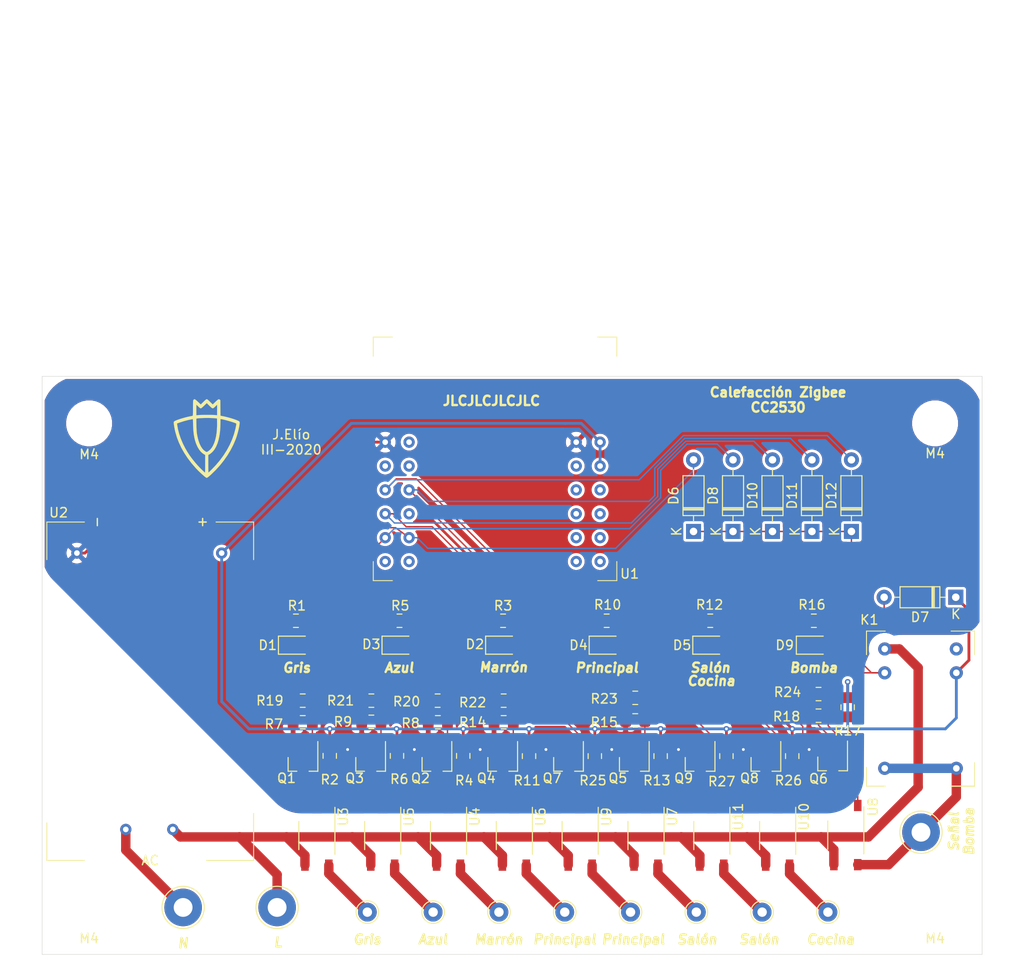
<source format=kicad_pcb>
(kicad_pcb (version 20171130) (host pcbnew "(5.1.5)-3")
  (layers (0 F.Cu signal) (31 B.Cu signal) (34 B.Paste user) (35 F.Paste user) (36 B.SilkS user) (37 F.SilkS user) (38 B.Mask user) (39 F.Mask user) (44 Edge.Cuts user))
  (net 0 "")
  (net 1 "Net-(D1-Pad2)")
  (net 2 "Net-(D2-Pad2)")
  (net 3 "Net-(D3-Pad2)")
  (net 4 "Net-(D4-Pad2)")
  (net 5 "Net-(D5-Pad2)")
  (net 6 /O1)
  (net 7 "Net-(D10-Pad1)")
  (net 8 +3V3)
  (net 9 "Net-(D7-Pad2)")
  (net 10 /O2)
  (net 11 "Net-(D9-Pad2)")
  (net 12 /O3)
  (net 13 /O4)
  (net 14 /O5)
  (net 15 /Phase)
  (net 16 "Net-(K1-Pad12)")
  (net 17 /Pump)
  (net 18 "Net-(R4-Pad2)")
  (net 19 GND)
  (net 20 "Net-(R17-Pad2)")
  (net 21 "Net-(U1-Pad2)")
  (net 22 "Net-(U1-Pad3)")
  (net 23 "Net-(U1-Pad4)")
  (net 24 "Net-(U1-Pad8)")
  (net 25 "Net-(U1-Pad11)")
  (net 26 "Net-(U1-Pad12)")
  (net 27 "Net-(U1-Pad15)")
  (net 28 "Net-(U1-Pad17)")
  (net 29 "Net-(U1-Pad18)")
  (net 30 "Net-(U1-Pad19)")
  (net 31 "Net-(U1-Pad20)")
  (net 32 "Net-(U1-Pad21)")
  (net 33 "Net-(U1-Pad22)")
  (net 34 "Net-(U1-Pad23)")
  (net 35 "Net-(U1-Pad24)")
  (net 36 /Neutral)
  (net 37 /Valve1)
  (net 38 /Valve3)
  (net 39 /Valve2)
  (net 40 "Net-(Q1-Pad1)")
  (net 41 "Net-(Q1-Pad3)")
  (net 42 "Net-(Q2-Pad1)")
  (net 43 "Net-(Q2-Pad3)")
  (net 44 "Net-(Q3-Pad1)")
  (net 45 "Net-(Q3-Pad3)")
  (net 46 "Net-(Q4-Pad3)")
  (net 47 "Net-(Q4-Pad1)")
  (net 48 "Net-(Q5-Pad3)")
  (net 49 "Net-(Q5-Pad1)")
  (net 50 "Net-(R2-Pad1)")
  (net 51 "Net-(R6-Pad1)")
  (net 52 "Net-(R11-Pad1)")
  (net 53 "Net-(R13-Pad1)")
  (net 54 "Net-(Q7-Pad3)")
  (net 55 "Net-(Q8-Pad3)")
  (net 56 "Net-(Q9-Pad3)")
  (net 57 "Net-(R25-Pad1)")
  (net 58 "Net-(R26-Pad1)")
  (net 59 "Net-(R27-Pad1)")
  (net 60 /Valve4_1)
  (net 61 /Valve5_1)
  (net 62 /Valve4_2)
  (net 63 /Valve5_3)
  (net 64 /Valve5_2)
  (net 65 "Net-(Q6-Pad1)")
  (module Package_TO_SOT_SMD:SOT-23_Handsoldering (layer F.Cu) (at 184.1 129.7 270)
    (fp_text reference Q6 (at 1.6 1.5 180) (layer F.SilkS))
    (fp_text value AO3400)
    (pad 3 smd rect (at 1.5 0 270) (size 1.9 0.8) (layers F.Cu F.Paste F.Mask) (net 9 "Net-(D7-Pad2)"))
    (pad 2 smd rect (at -1.5 0.95 270) (size 1.9 0.8) (layers F.Cu F.Paste F.Mask) (net 19 GND))
    (pad 1 smd rect (at -1.5 -0.95 270) (size 1.9 0.8) (layers F.Cu F.Paste F.Mask) (net 65 "Net-(Q6-Pad1)"))
  )
  (module Diode_THT:D_DO-35_SOD27_P7.62mm_Horizontal (layer F.Cu) (at 197.2 112 180)
    (fp_text reference D7 (at 3.81 -2.12) (layer F.SilkS))
    (fp_text value D)
    (fp_text user K (at 0 -1.8) (layer F.SilkS))
    (pad 2 thru_hole oval (at 7.62 0 180) (size 1.6 1.6) (drill 0.8) (layers *.Cu *.Mask) (net 9 "Net-(D7-Pad2)"))
    (pad 1 thru_hole rect (at 0 0 180) (size 1.6 1.6) (drill 0.8) (layers *.Cu *.Mask) (net 8 +3V3))
  )
  (module Diode_THT:D_DO-35_SOD27_P7.62mm_Horizontal (layer F.Cu) (at 186.1 105 90)
    (fp_text reference D12 (at 3.81 -2.12 90) (layer F.SilkS))
    (fp_text value D)
    (fp_text user K (at 0 -1.8 90) (layer F.SilkS))
    (pad 2 thru_hole oval (at 7.62 0 90) (size 1.6 1.6) (drill 0.8) (layers *.Cu *.Mask) (net 14 /O5))
    (pad 1 thru_hole rect (at 0 0 90) (size 1.6 1.6) (drill 0.8) (layers *.Cu *.Mask) (net 7 "Net-(D10-Pad1)"))
  )
  (module Diode_THT:D_DO-35_SOD27_P7.62mm_Horizontal (layer F.Cu) (at 181.9 105 90)
    (fp_text reference D11 (at 3.81 -2.12 90) (layer F.SilkS))
    (fp_text value D)
    (fp_text user K (at 0 -1.8 90) (layer F.SilkS))
    (pad 2 thru_hole oval (at 7.62 0 90) (size 1.6 1.6) (drill 0.8) (layers *.Cu *.Mask) (net 13 /O4))
    (pad 1 thru_hole rect (at 0 0 90) (size 1.6 1.6) (drill 0.8) (layers *.Cu *.Mask) (net 7 "Net-(D10-Pad1)"))
  )
  (module Diode_THT:D_DO-35_SOD27_P7.62mm_Horizontal (layer F.Cu) (at 177.7 105 90)
    (fp_text reference D10 (at 3.81 -2.12 90) (layer F.SilkS))
    (fp_text value D)
    (fp_text user K (at 0 -1.8 90) (layer F.SilkS))
    (pad 2 thru_hole oval (at 7.62 0 90) (size 1.6 1.6) (drill 0.8) (layers *.Cu *.Mask) (net 12 /O3))
    (pad 1 thru_hole rect (at 0 0 90) (size 1.6 1.6) (drill 0.8) (layers *.Cu *.Mask) (net 7 "Net-(D10-Pad1)"))
  )
  (module Diode_THT:D_DO-35_SOD27_P7.62mm_Horizontal (layer F.Cu) (at 173.5 105 90)
    (fp_text reference D8 (at 3.81 -2.12 90) (layer F.SilkS))
    (fp_text value D)
    (fp_text user K (at 0 -1.8 90) (layer F.SilkS))
    (pad 2 thru_hole oval (at 7.62 0 90) (size 1.6 1.6) (drill 0.8) (layers *.Cu *.Mask) (net 10 /O2))
    (pad 1 thru_hole rect (at 0 0 90) (size 1.6 1.6) (drill 0.8) (layers *.Cu *.Mask) (net 7 "Net-(D10-Pad1)"))
  )
  (module Diode_THT:D_DO-35_SOD27_P7.62mm_Horizontal (layer F.Cu) (at 169.3 105 90)
    (fp_text reference D6 (at 3.81 -2.12 90) (layer F.SilkS))
    (fp_text value D)
    (fp_text user K (at 0 -1.8 90) (layer F.SilkS))
    (pad 2 thru_hole oval (at 7.62 0 90) (size 1.6 1.6) (drill 0.8) (layers *.Cu *.Mask) (net 6 /O1))
    (pad 1 thru_hole rect (at 0 0 90) (size 1.6 1.6) (drill 0.8) (layers *.Cu *.Mask) (net 7 "Net-(D10-Pad1)"))
  )
  (module project_footprints:Tenstar_PS_3V3 (layer F.Cu) (at 121.5 139 90)
    (fp_text reference U2 (at 36 -19.75 180) (layer F.SilkS))
    (fp_text value Tenstar_3V3)
    (fp_text user - (at 35 -15.7 90) (layer F.SilkS))
    (fp_text user + (at 35 -4.5 90) (layer F.SilkS))
    (fp_text user AC (at -1 -10) (layer F.SilkS))
    (pad 1 thru_hole circle (at 2.3 -7.6 90) (size 1.2 1.2) (drill 0.6) (layers *.Cu *.Mask) (net 15 /Phase))
    (pad 2 thru_hole circle (at 2.3 -12.6 90) (size 1.2 1.2) (drill 0.6) (layers *.Cu *.Mask) (net 36 /Neutral))
    (pad 3 thru_hole circle (at 31.7 -17.8 90) (size 1.2 1.2) (drill 0.6) (layers *.Cu *.Mask) (net 19 GND))
    (pad 4 thru_hole circle (at 31.7 -2.4 90) (size 1.2 1.2) (drill 0.6) (layers *.Cu *.Mask) (net 8 +3V3))
  )
  (module LED_SMD:LED_0805_2012Metric_Pad1.15x1.40mm_HandSolder (layer F.Cu) (at 127 117.1)
    (fp_text reference D1 (at -3 0) (layer F.SilkS))
    (fp_text value LED)
    (pad 2 smd roundrect (at 1.025 0) (size 1.15 1.4) (layers F.Cu F.Paste F.Mask) (roundrect_rratio 0.217391) (net 1 "Net-(D1-Pad2)"))
    (pad 1 smd roundrect (at -1.025 0) (size 1.15 1.4) (layers F.Cu F.Paste F.Mask) (roundrect_rratio 0.217391) (net 19 GND))
  )
  (module MountingHole:MountingHole_4.3mm_M4 (layer F.Cu) (at 105 93.5)
    (fp_text reference M4 (at 0 3.3) (layer F.SilkS))
    (fp_text value MountingHole_4.3mm_M4)
    (pad 1 np_thru_hole circle (at 0 0) (size 4.3 4.3) (drill 4.3) (layers *.Cu *.Mask))
  )
  (module MountingHole:MountingHole_4.3mm_M4 (layer F.Cu) (at 195 93.5)
    (fp_text reference M4 (at 0 3.2) (layer F.SilkS))
    (fp_text value MountingHole_4.3mm_M4)
    (pad 1 np_thru_hole circle (at 0 0) (size 4.3 4.3) (drill 4.3) (layers *.Cu *.Mask))
  )
  (module MountingHole:MountingHole_4.3mm_M4 (layer F.Cu) (at 195 145)
    (fp_text reference M4 (at 0 3.3) (layer F.SilkS))
    (fp_text value MountingHole_4.3mm_M4)
    (pad 1 np_thru_hole circle (at 0 0) (size 4.3 4.3) (drill 4.3) (layers *.Cu *.Mask))
  )
  (module MountingHole:MountingHole_4.3mm_M4 (layer F.Cu) (at 105 145)
    (fp_text reference M4 (at 0 3.3) (layer F.SilkS))
    (fp_text value MountingHole_4.3mm_M4)
    (pad 1 np_thru_hole circle (at 0 0) (size 4.3 4.3) (drill 4.3) (layers *.Cu *.Mask))
  )
  (module project_footprints:Logo_PCB (layer F.Cu) (at 117.5 95)
    (fp_text reference G*** hide)
    (fp_text value LOGO hide)
  )
  (module LED_SMD:LED_0805_2012Metric_Pad1.15x1.40mm_HandSolder (layer F.Cu) (at 149.04 117.1)
    (fp_text reference D2 (at -3 -0.1) (layer F.SilkS))
    (fp_text value LED)
    (pad 2 smd roundrect (at 1.025 0) (size 1.15 1.4) (layers F.Cu F.Paste F.Mask) (roundrect_rratio 0.217391) (net 2 "Net-(D2-Pad2)"))
    (pad 1 smd roundrect (at -1.025 0) (size 1.15 1.4) (layers F.Cu F.Paste F.Mask) (roundrect_rratio 0.217391) (net 19 GND))
  )
  (module LED_SMD:LED_0805_2012Metric_Pad1.15x1.40mm_HandSolder (layer F.Cu) (at 138.02 117.1)
    (fp_text reference D3 (at -3 -0.1) (layer F.SilkS))
    (fp_text value LED)
    (pad 1 smd roundrect (at -1.025 0) (size 1.15 1.4) (layers F.Cu F.Paste F.Mask) (roundrect_rratio 0.217391) (net 19 GND))
    (pad 2 smd roundrect (at 1.025 0) (size 1.15 1.4) (layers F.Cu F.Paste F.Mask) (roundrect_rratio 0.217391) (net 3 "Net-(D3-Pad2)"))
  )
  (module LED_SMD:LED_0805_2012Metric_Pad1.15x1.40mm_HandSolder (layer F.Cu) (at 160.06 117.1)
    (fp_text reference D4 (at -3 0) (layer F.SilkS))
    (fp_text value LED)
    (pad 1 smd roundrect (at -1.025 0) (size 1.15 1.4) (layers F.Cu F.Paste F.Mask) (roundrect_rratio 0.217391) (net 19 GND))
    (pad 2 smd roundrect (at 1.025 0) (size 1.15 1.4) (layers F.Cu F.Paste F.Mask) (roundrect_rratio 0.217391) (net 4 "Net-(D4-Pad2)"))
  )
  (module LED_SMD:LED_0805_2012Metric_Pad1.15x1.40mm_HandSolder (layer F.Cu) (at 171.08 117.1)
    (fp_text reference D5 (at -3 0) (layer F.SilkS))
    (fp_text value LED)
    (pad 2 smd roundrect (at 1.025 0) (size 1.15 1.4) (layers F.Cu F.Paste F.Mask) (roundrect_rratio 0.217391) (net 5 "Net-(D5-Pad2)"))
    (pad 1 smd roundrect (at -1.025 0) (size 1.15 1.4) (layers F.Cu F.Paste F.Mask) (roundrect_rratio 0.217391) (net 19 GND))
  )
  (module LED_SMD:LED_0805_2012Metric_Pad1.15x1.40mm_HandSolder (layer F.Cu) (at 182.1 117.1)
    (fp_text reference D9 (at -3.1 0) (layer F.SilkS))
    (fp_text value LED)
    (pad 1 smd roundrect (at -1.025 0) (size 1.15 1.4) (layers F.Cu F.Paste F.Mask) (roundrect_rratio 0.217391) (net 9 "Net-(D7-Pad2)"))
    (pad 2 smd roundrect (at 1.025 0) (size 1.15 1.4) (layers F.Cu F.Paste F.Mask) (roundrect_rratio 0.217391) (net 11 "Net-(D9-Pad2)"))
  )
  (module project_footprints:HK4100F (layer F.Cu) (at 198.7 116.1 270)
    (fp_text reference K1 (at -1.7 10.7 180) (layer F.SilkS))
    (fp_text value HK4100F)
    (pad A2 thru_hole circle (at 3.94 9.06 270) (size 1.4 1.4) (drill 0.7) (layers *.Cu *.Mask) (net 9 "Net-(D7-Pad2)"))
    (pad A1 thru_hole circle (at 3.94 1.44 270) (size 1.4 1.4) (drill 0.7) (layers *.Cu *.Mask) (net 8 +3V3))
    (pad 14 thru_hole circle (at 1.4 9.06 270) (size 1.4 1.4) (drill 0.7) (layers *.Cu *.Mask) (net 15 /Phase))
    (pad 12 thru_hole circle (at 1.4 1.44 270) (size 1.4 1.4) (drill 0.7) (layers *.Cu *.Mask) (net 16 "Net-(K1-Pad12)"))
    (pad 11 thru_hole circle (at 14.1 1.44 270) (size 1.4 1.4) (drill 0.7) (layers *.Cu *.Mask) (net 17 /Pump))
    (pad 11 thru_hole circle (at 14.1 9.06 270) (size 1.4 1.4) (drill 0.7) (layers *.Cu *.Mask) (net 17 /Pump))
  )
  (module Resistor_SMD:R_0805_2012Metric_Pad1.15x1.40mm_HandSolder (layer F.Cu) (at 127 114.5)
    (fp_text reference R1 (at 0.1 -1.6) (layer F.SilkS))
    (fp_text value 4K7)
    (pad 2 smd roundrect (at 1.025 0) (size 1.15 1.4) (layers F.Cu F.Paste F.Mask) (roundrect_rratio 0.217391) (net 1 "Net-(D1-Pad2)"))
    (pad 1 smd roundrect (at -1.025 0) (size 1.15 1.4) (layers F.Cu F.Paste F.Mask) (roundrect_rratio 0.217391) (net 6 /O1))
  )
  (module Resistor_SMD:R_0805_2012Metric_Pad1.15x1.40mm_HandSolder (layer F.Cu) (at 130.6 128.875 90)
    (fp_text reference R2 (at -2.525 0 180) (layer F.SilkS))
    (fp_text value 330)
    (pad 1 smd roundrect (at -1.025 0 90) (size 1.15 1.4) (layers F.Cu F.Paste F.Mask) (roundrect_rratio 0.217391) (net 50 "Net-(R2-Pad1)"))
    (pad 2 smd roundrect (at 1.025 0 90) (size 1.15 1.4) (layers F.Cu F.Paste F.Mask) (roundrect_rratio 0.217391) (net 8 +3V3))
  )
  (module Resistor_SMD:R_0805_2012Metric_Pad1.15x1.40mm_HandSolder (layer F.Cu) (at 149.04 114.5)
    (fp_text reference R3 (at 0 -1.6) (layer F.SilkS))
    (fp_text value 4K7)
    (pad 2 smd roundrect (at 1.025 0) (size 1.15 1.4) (layers F.Cu F.Paste F.Mask) (roundrect_rratio 0.217391) (net 2 "Net-(D2-Pad2)"))
    (pad 1 smd roundrect (at -1.025 0) (size 1.15 1.4) (layers F.Cu F.Paste F.Mask) (roundrect_rratio 0.217391) (net 12 /O3))
  )
  (module Resistor_SMD:R_0805_2012Metric_Pad1.15x1.40mm_HandSolder (layer F.Cu) (at 144.8 128.875 270)
    (fp_text reference R4 (at 2.625 -0.1 180) (layer F.SilkS))
    (fp_text value 330)
    (pad 1 smd roundrect (at -1.025 0 270) (size 1.15 1.4) (layers F.Cu F.Paste F.Mask) (roundrect_rratio 0.217391) (net 8 +3V3))
    (pad 2 smd roundrect (at 1.025 0 270) (size 1.15 1.4) (layers F.Cu F.Paste F.Mask) (roundrect_rratio 0.217391) (net 18 "Net-(R4-Pad2)"))
  )
  (module Resistor_SMD:R_0805_2012Metric_Pad1.15x1.40mm_HandSolder (layer F.Cu) (at 138.02 114.5)
    (fp_text reference R5 (at 0.075 -1.6) (layer F.SilkS))
    (fp_text value 4K7)
    (pad 1 smd roundrect (at -1.025 0) (size 1.15 1.4) (layers F.Cu F.Paste F.Mask) (roundrect_rratio 0.217391) (net 10 /O2))
    (pad 2 smd roundrect (at 1.025 0) (size 1.15 1.4) (layers F.Cu F.Paste F.Mask) (roundrect_rratio 0.217391) (net 3 "Net-(D3-Pad2)"))
  )
  (module Resistor_SMD:R_0805_2012Metric_Pad1.15x1.40mm_HandSolder (layer F.Cu) (at 137.75 128.875 90)
    (fp_text reference R6 (at -2.475 0.25) (layer F.SilkS))
    (fp_text value 330)
    (pad 2 smd roundrect (at 1.025 0 90) (size 1.15 1.4) (layers F.Cu F.Paste F.Mask) (roundrect_rratio 0.217391) (net 8 +3V3))
    (pad 1 smd roundrect (at -1.025 0 90) (size 1.15 1.4) (layers F.Cu F.Paste F.Mask) (roundrect_rratio 0.217391) (net 51 "Net-(R6-Pad1)"))
  )
  (module Resistor_SMD:R_0805_2012Metric_Pad1.15x1.40mm_HandSolder (layer F.Cu) (at 127.725 125.3 180)
    (fp_text reference R7 (at 3.075 -0.2) (layer F.SilkS))
    (fp_text value 10K)
    (pad 1 smd roundrect (at -1.025 0 180) (size 1.15 1.4) (layers F.Cu F.Paste F.Mask) (roundrect_rratio 0.217391) (net 40 "Net-(Q1-Pad1)"))
    (pad 2 smd roundrect (at 1.025 0 180) (size 1.15 1.4) (layers F.Cu F.Paste F.Mask) (roundrect_rratio 0.217391) (net 19 GND))
  )
  (module Resistor_SMD:R_0805_2012Metric_Pad1.15x1.40mm_HandSolder (layer F.Cu) (at 142.1 125.3 180)
    (fp_text reference R8 (at 2.9 -0.1) (layer F.SilkS))
    (fp_text value 10K)
    (pad 2 smd roundrect (at 1.025 0 180) (size 1.15 1.4) (layers F.Cu F.Paste F.Mask) (roundrect_rratio 0.217391) (net 19 GND))
    (pad 1 smd roundrect (at -1.025 0 180) (size 1.15 1.4) (layers F.Cu F.Paste F.Mask) (roundrect_rratio 0.217391) (net 42 "Net-(Q2-Pad1)"))
  )
  (module Resistor_SMD:R_0805_2012Metric_Pad1.15x1.40mm_HandSolder (layer F.Cu) (at 135.025 125.25 180)
    (fp_text reference R9 (at 3.025 0) (layer F.SilkS))
    (fp_text value 10K)
    (pad 1 smd roundrect (at -1.025 0 180) (size 1.15 1.4) (layers F.Cu F.Paste F.Mask) (roundrect_rratio 0.217391) (net 44 "Net-(Q3-Pad1)"))
    (pad 2 smd roundrect (at 1.025 0 180) (size 1.15 1.4) (layers F.Cu F.Paste F.Mask) (roundrect_rratio 0.217391) (net 19 GND))
  )
  (module Resistor_SMD:R_0805_2012Metric_Pad1.15x1.40mm_HandSolder (layer F.Cu) (at 160.06 114.5)
    (fp_text reference R10 (at 0.1 -1.7) (layer F.SilkS))
    (fp_text value 4K7)
    (pad 1 smd roundrect (at -1.025 0) (size 1.15 1.4) (layers F.Cu F.Paste F.Mask) (roundrect_rratio 0.217391) (net 13 /O4))
    (pad 2 smd roundrect (at 1.025 0) (size 1.15 1.4) (layers F.Cu F.Paste F.Mask) (roundrect_rratio 0.217391) (net 4 "Net-(D4-Pad2)"))
  )
  (module Resistor_SMD:R_0805_2012Metric_Pad1.15x1.40mm_HandSolder (layer F.Cu) (at 151.8 128.9 90)
    (fp_text reference R11 (at -2.6 -0.2 180) (layer F.SilkS))
    (fp_text value 330)
    (pad 2 smd roundrect (at 1.025 0 90) (size 1.15 1.4) (layers F.Cu F.Paste F.Mask) (roundrect_rratio 0.217391) (net 8 +3V3))
    (pad 1 smd roundrect (at -1.025 0 90) (size 1.15 1.4) (layers F.Cu F.Paste F.Mask) (roundrect_rratio 0.217391) (net 52 "Net-(R11-Pad1)"))
  )
  (module Resistor_SMD:R_0805_2012Metric_Pad1.15x1.40mm_HandSolder (layer F.Cu) (at 171.08 114.5)
    (fp_text reference R12 (at -0.075 -1.7) (layer F.SilkS))
    (fp_text value 4K7)
    (pad 2 smd roundrect (at 1.025 0) (size 1.15 1.4) (layers F.Cu F.Paste F.Mask) (roundrect_rratio 0.217391) (net 5 "Net-(D5-Pad2)"))
    (pad 1 smd roundrect (at -1.025 0) (size 1.15 1.4) (layers F.Cu F.Paste F.Mask) (roundrect_rratio 0.217391) (net 14 /O5))
  )
  (module Resistor_SMD:R_0805_2012Metric_Pad1.15x1.40mm_HandSolder (layer F.Cu) (at 165.8 128.9 90)
    (fp_text reference R13 (at -2.6 -0.4 180) (layer F.SilkS))
    (fp_text value 330)
    (pad 1 smd roundrect (at -1.025 0 90) (size 1.15 1.4) (layers F.Cu F.Paste F.Mask) (roundrect_rratio 0.217391) (net 53 "Net-(R13-Pad1)"))
    (pad 2 smd roundrect (at 1.025 0 90) (size 1.15 1.4) (layers F.Cu F.Paste F.Mask) (roundrect_rratio 0.217391) (net 8 +3V3))
  )
  (module Resistor_SMD:R_0805_2012Metric_Pad1.15x1.40mm_HandSolder (layer F.Cu) (at 149.1 125.3 180)
    (fp_text reference R14 (at 3.3 0) (layer F.SilkS))
    (fp_text value 10K)
    (pad 1 smd roundrect (at -1.025 0 180) (size 1.15 1.4) (layers F.Cu F.Paste F.Mask) (roundrect_rratio 0.217391) (net 47 "Net-(Q4-Pad1)"))
    (pad 2 smd roundrect (at 1.025 0 180) (size 1.15 1.4) (layers F.Cu F.Paste F.Mask) (roundrect_rratio 0.217391) (net 19 GND))
  )
  (module Resistor_SMD:R_0805_2012Metric_Pad1.15x1.40mm_HandSolder (layer F.Cu) (at 163.1 125.1 180)
    (fp_text reference R15 (at 3.3 -0.2) (layer F.SilkS))
    (fp_text value 10K)
    (pad 2 smd roundrect (at 1.025 0 180) (size 1.15 1.4) (layers F.Cu F.Paste F.Mask) (roundrect_rratio 0.217391) (net 19 GND))
    (pad 1 smd roundrect (at -1.025 0 180) (size 1.15 1.4) (layers F.Cu F.Paste F.Mask) (roundrect_rratio 0.217391) (net 49 "Net-(Q5-Pad1)"))
  )
  (module Resistor_SMD:R_0805_2012Metric_Pad1.15x1.40mm_HandSolder (layer F.Cu) (at 182.1 114.5)
    (fp_text reference R16 (at -0.2 -1.7) (layer F.SilkS))
    (fp_text value 4K7)
    (pad 2 smd roundrect (at 1.025 0) (size 1.15 1.4) (layers F.Cu F.Paste F.Mask) (roundrect_rratio 0.217391) (net 11 "Net-(D9-Pad2)"))
    (pad 1 smd roundrect (at -1.025 0) (size 1.15 1.4) (layers F.Cu F.Paste F.Mask) (roundrect_rratio 0.217391) (net 8 +3V3))
  )
  (module Resistor_SMD:R_0805_2012Metric_Pad1.15x1.40mm_HandSolder (layer F.Cu) (at 185.7 123.7 270)
    (fp_text reference R17 (at 2.5 0 180) (layer F.SilkS))
    (fp_text value 330)
    (pad 2 smd roundrect (at 1.025 0 270) (size 1.15 1.4) (layers F.Cu F.Paste F.Mask) (roundrect_rratio 0.217391) (net 20 "Net-(R17-Pad2)"))
    (pad 1 smd roundrect (at -1.025 0 270) (size 1.15 1.4) (layers F.Cu F.Paste F.Mask) (roundrect_rratio 0.217391) (net 8 +3V3))
  )
  (module Resistor_SMD:R_0805_2012Metric_Pad1.15x1.40mm_HandSolder (layer F.Cu) (at 182.6 124.6 180)
    (fp_text reference R18 (at 3.4 -0.1 180) (layer F.SilkS))
    (fp_text value 10K)
    (pad 1 smd roundrect (at -1.025 0 180) (size 1.15 1.4) (layers F.Cu F.Paste F.Mask) (roundrect_rratio 0.217391) (net 65 "Net-(Q6-Pad1)"))
    (pad 2 smd roundrect (at 1.025 0 180) (size 1.15 1.4) (layers F.Cu F.Paste F.Mask) (roundrect_rratio 0.217391) (net 19 GND))
  )
  (module project_footprints:CC2530_Module (layer F.Cu) (at 136.5 95.5)
    (fp_text reference U1 (at 26 14) (layer F.SilkS))
    (fp_text value CC2530)
    (pad 1 thru_hole circle (at 0 0) (size 1.2 1.2) (drill 0.6) (layers *.Cu *.Mask) (net 19 GND))
    (pad 2 thru_hole circle (at 2.54 0) (size 1.2 1.2) (drill 0.6) (layers *.Cu *.Mask) (net 21 "Net-(U1-Pad2)"))
    (pad 3 thru_hole circle (at 0 2.54) (size 1.2 1.2) (drill 0.6) (layers *.Cu *.Mask) (net 22 "Net-(U1-Pad3)"))
    (pad 4 thru_hole circle (at 2.54 2.54) (size 1.2 1.2) (drill 0.6) (layers *.Cu *.Mask) (net 23 "Net-(U1-Pad4)"))
    (pad 5 thru_hole circle (at 0 5.08) (size 1.2 1.2) (drill 0.6) (layers *.Cu *.Mask) (net 14 /O5))
    (pad 6 thru_hole circle (at 2.54 5.08) (size 1.2 1.2) (drill 0.6) (layers *.Cu *.Mask) (net 13 /O4))
    (pad 7 thru_hole circle (at 0 7.62) (size 1.2 1.2) (drill 0.6) (layers *.Cu *.Mask) (net 12 /O3))
    (pad 8 thru_hole circle (at 2.54 7.62) (size 1.2 1.2) (drill 0.6) (layers *.Cu *.Mask) (net 24 "Net-(U1-Pad8)"))
    (pad 9 thru_hole circle (at 0 10.16) (size 1.2 1.2) (drill 0.6) (layers *.Cu *.Mask) (net 10 /O2))
    (pad 10 thru_hole circle (at 2.54 10.16) (size 1.2 1.2) (drill 0.6) (layers *.Cu *.Mask) (net 6 /O1))
    (pad 11 thru_hole circle (at 0 12.7) (size 1.2 1.2) (drill 0.6) (layers *.Cu *.Mask) (net 25 "Net-(U1-Pad11)"))
    (pad 12 thru_hole circle (at 2.54 12.7) (size 1.2 1.2) (drill 0.6) (layers *.Cu *.Mask) (net 26 "Net-(U1-Pad12)"))
    (pad 13 thru_hole circle (at 20.32 0) (size 1.2 1.2) (drill 0.6) (layers *.Cu *.Mask) (net 19 GND))
    (pad 14 thru_hole circle (at 22.86 0) (size 1.2 1.2) (drill 0.6) (layers *.Cu *.Mask) (net 8 +3V3))
    (pad 15 thru_hole circle (at 20.32 2.54) (size 1.2 1.2) (drill 0.6) (layers *.Cu *.Mask) (net 27 "Net-(U1-Pad15)"))
    (pad 16 thru_hole circle (at 22.86 2.54) (size 1.2 1.2) (drill 0.6) (layers *.Cu *.Mask) (net 8 +3V3))
    (pad 17 thru_hole circle (at 20.32 5.08) (size 1.2 1.2) (drill 0.6) (layers *.Cu *.Mask) (net 28 "Net-(U1-Pad17)"))
    (pad 18 thru_hole circle (at 22.86 5.08) (size 1.2 1.2) (drill 0.6) (layers *.Cu *.Mask) (net 29 "Net-(U1-Pad18)"))
    (pad 19 thru_hole circle (at 20.32 7.62) (size 1.2 1.2) (drill 0.6) (layers *.Cu *.Mask) (net 30 "Net-(U1-Pad19)"))
    (pad 20 thru_hole circle (at 22.86 7.62) (size 1.2 1.2) (drill 0.6) (layers *.Cu *.Mask) (net 31 "Net-(U1-Pad20)"))
    (pad 21 thru_hole circle (at 20.32 10.16) (size 1.2 1.2) (drill 0.6) (layers *.Cu *.Mask) (net 32 "Net-(U1-Pad21)"))
    (pad 22 thru_hole circle (at 22.86 10.16) (size 1.2 1.2) (drill 0.6) (layers *.Cu *.Mask) (net 33 "Net-(U1-Pad22)"))
    (pad 23 thru_hole circle (at 20.32 12.7) (size 1.2 1.2) (drill 0.6) (layers *.Cu *.Mask) (net 34 "Net-(U1-Pad23)"))
    (pad 24 thru_hole circle (at 22.86 12.7) (size 1.2 1.2) (drill 0.6) (layers *.Cu *.Mask) (net 35 "Net-(U1-Pad24)"))
  )
  (module Package_SO:MFSOP6-4_4.4x3.6mm_P1.27mm (layer F.Cu) (at 129.23 137.35 270)
    (fp_text reference U3 (at -2 -2.8 90) (layer F.SilkS))
    (fp_text value TLP172GM)
    (pad 1 smd rect (at -3.15 -1.27 270) (size 1.2 0.8) (layers F.Cu F.Paste F.Mask) (net 50 "Net-(R2-Pad1)"))
    (pad 4 smd rect (at 3.15 1.27 270) (size 1.2 0.8) (layers F.Cu F.Paste F.Mask) (net 15 /Phase))
    (pad 3 smd rect (at -3.15 1.27 270) (size 1.2 0.8) (layers F.Cu F.Paste F.Mask) (net 41 "Net-(Q1-Pad3)"))
    (pad 6 smd rect (at 3.15 -1.27 270) (size 1.2 0.8) (layers F.Cu F.Paste F.Mask) (net 37 /Valve1))
  )
  (module Package_SO:MFSOP6-4_4.4x3.6mm_P1.27mm (layer F.Cu) (at 143.235714 137.35 270)
    (fp_text reference U4 (at -2 -2.8 90) (layer F.SilkS))
    (fp_text value TLP172GM)
    (pad 6 smd rect (at 3.15 -1.27 270) (size 1.2 0.8) (layers F.Cu F.Paste F.Mask) (net 38 /Valve3))
    (pad 3 smd rect (at -3.15 1.27 270) (size 1.2 0.8) (layers F.Cu F.Paste F.Mask) (net 43 "Net-(Q2-Pad3)"))
    (pad 4 smd rect (at 3.15 1.27 270) (size 1.2 0.8) (layers F.Cu F.Paste F.Mask) (net 15 /Phase))
    (pad 1 smd rect (at -3.15 -1.27 270) (size 1.2 0.8) (layers F.Cu F.Paste F.Mask) (net 18 "Net-(R4-Pad2)"))
  )
  (module Package_SO:MFSOP6-4_4.4x3.6mm_P1.27mm (layer F.Cu) (at 136.232857 137.35 270)
    (fp_text reference U5 (at -2 -2.8 90) (layer F.SilkS))
    (fp_text value TLP172GM)
    (pad 6 smd rect (at 3.15 -1.27 270) (size 1.2 0.8) (layers F.Cu F.Paste F.Mask) (net 39 /Valve2))
    (pad 3 smd rect (at -3.15 1.27 270) (size 1.2 0.8) (layers F.Cu F.Paste F.Mask) (net 45 "Net-(Q3-Pad3)"))
    (pad 4 smd rect (at 3.15 1.27 270) (size 1.2 0.8) (layers F.Cu F.Paste F.Mask) (net 15 /Phase))
    (pad 1 smd rect (at -3.15 -1.27 270) (size 1.2 0.8) (layers F.Cu F.Paste F.Mask) (net 51 "Net-(R6-Pad1)"))
  )
  (module Package_SO:MFSOP6-4_4.4x3.6mm_P1.27mm (layer F.Cu) (at 150.238571 137.35 270)
    (fp_text reference U6 (at -2 -2.8 90) (layer F.SilkS))
    (fp_text value TLP172GM)
    (pad 1 smd rect (at -3.15 -1.27 270) (size 1.2 0.8) (layers F.Cu F.Paste F.Mask) (net 52 "Net-(R11-Pad1)"))
    (pad 4 smd rect (at 3.15 1.27 270) (size 1.2 0.8) (layers F.Cu F.Paste F.Mask) (net 15 /Phase))
    (pad 3 smd rect (at -3.15 1.27 270) (size 1.2 0.8) (layers F.Cu F.Paste F.Mask) (net 46 "Net-(Q4-Pad3)"))
    (pad 6 smd rect (at 3.15 -1.27 270) (size 1.2 0.8) (layers F.Cu F.Paste F.Mask) (net 60 /Valve4_1))
  )
  (module Package_SO:MFSOP6-4_4.4x3.6mm_P1.27mm (layer F.Cu) (at 164.244285 137.35 270)
    (fp_text reference U7 (at -2 -2.8 90) (layer F.SilkS))
    (fp_text value TLP172GM)
    (pad 6 smd rect (at 3.15 -1.27 270) (size 1.2 0.8) (layers F.Cu F.Paste F.Mask) (net 61 /Valve5_1))
    (pad 3 smd rect (at -3.15 1.27 270) (size 1.2 0.8) (layers F.Cu F.Paste F.Mask) (net 48 "Net-(Q5-Pad3)"))
    (pad 4 smd rect (at 3.15 1.27 270) (size 1.2 0.8) (layers F.Cu F.Paste F.Mask) (net 15 /Phase))
    (pad 1 smd rect (at -3.15 -1.27 270) (size 1.2 0.8) (layers F.Cu F.Paste F.Mask) (net 53 "Net-(R13-Pad1)"))
  )
  (module Package_SO:MFSOP6-4_4.4x3.6mm_P1.27mm (layer F.Cu) (at 185.5 137.3 270)
    (fp_text reference U8 (at -3 -2.9 270) (layer F.SilkS))
    (fp_text value TLP172GM)
    (pad 1 smd rect (at -3.15 -1.27 270) (size 1.2 0.8) (layers F.Cu F.Paste F.Mask) (net 20 "Net-(R17-Pad2)"))
    (pad 4 smd rect (at 3.15 1.27 270) (size 1.2 0.8) (layers F.Cu F.Paste F.Mask) (net 15 /Phase))
    (pad 3 smd rect (at -3.15 1.27 270) (size 1.2 0.8) (layers F.Cu F.Paste F.Mask) (net 9 "Net-(D7-Pad2)"))
    (pad 6 smd rect (at 3.15 -1.27 270) (size 1.2 0.8) (layers F.Cu F.Paste F.Mask) (net 17 /Pump))
  )
  (module Package_TO_SOT_SMD:SOT-23_Handsoldering (layer F.Cu) (at 127.75 129.75 270)
    (fp_text reference Q1 (at 1.5 1.75 180) (layer F.SilkS))
    (fp_text value AO3400)
    (pad 1 smd rect (at -1.5 -0.95 270) (size 1.9 0.8) (layers F.Cu F.Paste F.Mask) (net 40 "Net-(Q1-Pad1)"))
    (pad 2 smd rect (at -1.5 0.95 270) (size 1.9 0.8) (layers F.Cu F.Paste F.Mask) (net 19 GND))
    (pad 3 smd rect (at 1.5 0 270) (size 1.9 0.8) (layers F.Cu F.Paste F.Mask) (net 41 "Net-(Q1-Pad3)"))
  )
  (module Package_TO_SOT_SMD:SOT-23_Handsoldering (layer F.Cu) (at 142 129.75 270)
    (fp_text reference Q2 (at 1.5 1.75 180) (layer F.SilkS))
    (fp_text value AO3400)
    (pad 1 smd rect (at -1.5 -0.95 270) (size 1.9 0.8) (layers F.Cu F.Paste F.Mask) (net 42 "Net-(Q2-Pad1)"))
    (pad 2 smd rect (at -1.5 0.95 270) (size 1.9 0.8) (layers F.Cu F.Paste F.Mask) (net 19 GND))
    (pad 3 smd rect (at 1.5 0 270) (size 1.9 0.8) (layers F.Cu F.Paste F.Mask) (net 43 "Net-(Q2-Pad3)"))
  )
  (module Package_TO_SOT_SMD:SOT-23_Handsoldering (layer F.Cu) (at 134.95 129.75 270)
    (fp_text reference Q3 (at 1.5 1.7 180) (layer F.SilkS))
    (fp_text value AO3400)
    (pad 1 smd rect (at -1.5 -0.95 270) (size 1.9 0.8) (layers F.Cu F.Paste F.Mask) (net 44 "Net-(Q3-Pad1)"))
    (pad 2 smd rect (at -1.5 0.95 270) (size 1.9 0.8) (layers F.Cu F.Paste F.Mask) (net 19 GND))
    (pad 3 smd rect (at 1.5 0 270) (size 1.9 0.8) (layers F.Cu F.Paste F.Mask) (net 45 "Net-(Q3-Pad3)"))
  )
  (module Package_TO_SOT_SMD:SOT-23_Handsoldering (layer F.Cu) (at 149 129.75 270)
    (fp_text reference Q4 (at 1.5 1.75 180) (layer F.SilkS))
    (fp_text value AO3400)
    (pad 3 smd rect (at 1.5 0 270) (size 1.9 0.8) (layers F.Cu F.Paste F.Mask) (net 46 "Net-(Q4-Pad3)"))
    (pad 2 smd rect (at -1.5 0.95 270) (size 1.9 0.8) (layers F.Cu F.Paste F.Mask) (net 19 GND))
    (pad 1 smd rect (at -1.5 -0.95 270) (size 1.9 0.8) (layers F.Cu F.Paste F.Mask) (net 47 "Net-(Q4-Pad1)"))
  )
  (module Package_TO_SOT_SMD:SOT-23_Handsoldering (layer F.Cu) (at 163 129.75 270)
    (fp_text reference Q5 (at 1.5 1.75 180) (layer F.SilkS))
    (fp_text value AO3400)
    (pad 3 smd rect (at 1.5 0 270) (size 1.9 0.8) (layers F.Cu F.Paste F.Mask) (net 48 "Net-(Q5-Pad3)"))
    (pad 2 smd rect (at -1.5 0.95 270) (size 1.9 0.8) (layers F.Cu F.Paste F.Mask) (net 19 GND))
    (pad 1 smd rect (at -1.5 -0.95 270) (size 1.9 0.8) (layers F.Cu F.Paste F.Mask) (net 49 "Net-(Q5-Pad1)"))
  )
  (module Resistor_SMD:R_0805_2012Metric_Pad1.15x1.40mm_HandSolder (layer F.Cu) (at 127.725 123 180)
    (fp_text reference R19 (at 3.5 0) (layer F.SilkS))
    (fp_text value 1K)
    (pad 2 smd roundrect (at 1.025 0 180) (size 1.15 1.4) (layers F.Cu F.Paste F.Mask) (roundrect_rratio 0.217391) (net 6 /O1))
    (pad 1 smd roundrect (at -1.025 0 180) (size 1.15 1.4) (layers F.Cu F.Paste F.Mask) (roundrect_rratio 0.217391) (net 40 "Net-(Q1-Pad1)"))
  )
  (module Resistor_SMD:R_0805_2012Metric_Pad1.15x1.40mm_HandSolder (layer F.Cu) (at 142.075 123 180)
    (fp_text reference R20 (at 3.3 -0.1) (layer F.SilkS))
    (fp_text value 1K)
    (pad 2 smd roundrect (at 1.025 0 180) (size 1.15 1.4) (layers F.Cu F.Paste F.Mask) (roundrect_rratio 0.217391) (net 12 /O3))
    (pad 1 smd roundrect (at -1.025 0 180) (size 1.15 1.4) (layers F.Cu F.Paste F.Mask) (roundrect_rratio 0.217391) (net 42 "Net-(Q2-Pad1)"))
  )
  (module Resistor_SMD:R_0805_2012Metric_Pad1.15x1.40mm_HandSolder (layer F.Cu) (at 135.025 123 180)
    (fp_text reference R21 (at 3.275 0) (layer F.SilkS))
    (fp_text value 1K)
    (pad 1 smd roundrect (at -1.025 0 180) (size 1.15 1.4) (layers F.Cu F.Paste F.Mask) (roundrect_rratio 0.217391) (net 44 "Net-(Q3-Pad1)"))
    (pad 2 smd roundrect (at 1.025 0 180) (size 1.15 1.4) (layers F.Cu F.Paste F.Mask) (roundrect_rratio 0.217391) (net 10 /O2))
  )
  (module Resistor_SMD:R_0805_2012Metric_Pad1.15x1.40mm_HandSolder (layer F.Cu) (at 149.1 123 180)
    (fp_text reference R22 (at 3.3 -0.2) (layer F.SilkS))
    (fp_text value 1K)
    (pad 1 smd roundrect (at -1.025 0 180) (size 1.15 1.4) (layers F.Cu F.Paste F.Mask) (roundrect_rratio 0.217391) (net 47 "Net-(Q4-Pad1)"))
    (pad 2 smd roundrect (at 1.025 0 180) (size 1.15 1.4) (layers F.Cu F.Paste F.Mask) (roundrect_rratio 0.217391) (net 13 /O4))
  )
  (module Resistor_SMD:R_0805_2012Metric_Pad1.15x1.40mm_HandSolder (layer F.Cu) (at 163.1 122.7 180)
    (fp_text reference R23 (at 3.3 -0.1) (layer F.SilkS))
    (fp_text value 1K)
    (pad 2 smd roundrect (at 1.025 0 180) (size 1.15 1.4) (layers F.Cu F.Paste F.Mask) (roundrect_rratio 0.217391) (net 14 /O5))
    (pad 1 smd roundrect (at -1.025 0 180) (size 1.15 1.4) (layers F.Cu F.Paste F.Mask) (roundrect_rratio 0.217391) (net 49 "Net-(Q5-Pad1)"))
  )
  (module Resistor_SMD:R_0805_2012Metric_Pad1.15x1.40mm_HandSolder (layer F.Cu) (at 182.6 122.3 180)
    (fp_text reference R24 (at 3.3 0.2) (layer F.SilkS))
    (fp_text value 1K)
    (pad 1 smd roundrect (at -1.025 0 180) (size 1.15 1.4) (layers F.Cu F.Paste F.Mask) (roundrect_rratio 0.217391) (net 65 "Net-(Q6-Pad1)"))
    (pad 2 smd roundrect (at 1.025 0 180) (size 1.15 1.4) (layers F.Cu F.Paste F.Mask) (roundrect_rratio 0.217391) (net 7 "Net-(D10-Pad1)"))
  )
  (module TestPoint:TestPoint_THTPad_D2.0mm_Drill1.0mm (layer F.Cu) (at 134.6 145.5)
    (fp_text reference H1 hide)
    (fp_text value Connection_Pad)
    (pad 1 thru_hole circle (at 0 0) (size 2 2) (drill 1) (layers *.Cu *.Mask) (net 37 /Valve1))
  )
  (module TestPoint:TestPoint_THTPad_D4.0mm_Drill2.0mm (layer F.Cu) (at 125 145)
    (fp_text reference H2 hide)
    (fp_text value Connection_Pad)
    (pad 1 thru_hole circle (at 0 0) (size 4 4) (drill 2) (layers *.Cu *.Mask) (net 15 /Phase))
  )
  (module TestPoint:TestPoint_THTPad_D2.0mm_Drill1.0mm (layer F.Cu) (at 141.6 145.5)
    (fp_text reference H3 hide)
    (fp_text value Connection_Pad)
    (pad 1 thru_hole circle (at 0 0) (size 2 2) (drill 1) (layers *.Cu *.Mask) (net 39 /Valve2))
  )
  (module TestPoint:TestPoint_THTPad_D4.0mm_Drill2.0mm (layer F.Cu) (at 115 145)
    (fp_text reference H4 hide)
    (fp_text value Connection_Pad)
    (pad 1 thru_hole circle (at 0 0) (size 4 4) (drill 2) (layers *.Cu *.Mask) (net 36 /Neutral))
  )
  (module TestPoint:TestPoint_THTPad_D2.0mm_Drill1.0mm (layer F.Cu) (at 148.6 145.5)
    (fp_text reference H5 hide)
    (fp_text value Connection_Pad)
    (pad 1 thru_hole circle (at 0 0) (size 2 2) (drill 1) (layers *.Cu *.Mask) (net 38 /Valve3))
  )
  (module TestPoint:TestPoint_THTPad_D2.0mm_Drill1.0mm (layer F.Cu) (at 155.6 145.5)
    (fp_text reference H6 hide)
    (fp_text value Connection_Pad)
    (pad 1 thru_hole circle (at 0 0) (size 2 2) (drill 1) (layers *.Cu *.Mask) (net 60 /Valve4_1))
  )
  (module TestPoint:TestPoint_THTPad_D2.0mm_Drill1.0mm (layer F.Cu) (at 162.6 145.5)
    (fp_text reference H7 hide)
    (fp_text value Connection_Pad)
    (pad 1 thru_hole circle (at 0 0) (size 2 2) (drill 1) (layers *.Cu *.Mask) (net 62 /Valve4_2))
  )
  (module TestPoint:TestPoint_THTPad_D2.0mm_Drill1.0mm (layer F.Cu) (at 169.6 145.5)
    (fp_text reference H8 hide)
    (fp_text value Connection_Pad)
    (pad 1 thru_hole circle (at 0 0) (size 2 2) (drill 1) (layers *.Cu *.Mask) (net 61 /Valve5_1))
  )
  (module TestPoint:TestPoint_THTPad_D2.0mm_Drill1.0mm (layer F.Cu) (at 176.6 145.5)
    (fp_text reference H9 hide)
    (fp_text value Connection_Pad)
    (pad 1 thru_hole circle (at 0 0) (size 2 2) (drill 1) (layers *.Cu *.Mask) (net 64 /Valve5_2))
  )
  (module TestPoint:TestPoint_THTPad_D2.0mm_Drill1.0mm (layer F.Cu) (at 183.6 145.5)
    (fp_text reference H10 hide)
    (fp_text value Connection_Pad)
    (pad 1 thru_hole circle (at 0 0) (size 2 2) (drill 1) (layers *.Cu *.Mask) (net 63 /Valve5_3))
  )
  (module TestPoint:TestPoint_THTPad_D4.0mm_Drill2.0mm (layer F.Cu) (at 193.5 137)
    (fp_text reference H11 hide)
    (fp_text value Connection_Pad)
    (pad 1 thru_hole circle (at 0 0) (size 4 4) (drill 2) (layers *.Cu *.Mask) (net 17 /Pump))
  )
  (module Package_TO_SOT_SMD:SOT-23_Handsoldering (layer F.Cu) (at 156 129.75 270)
    (fp_text reference Q7 (at 1.5 1.75 180) (layer F.SilkS))
    (fp_text value AO3400)
    (pad 1 smd rect (at -1.5 -0.95 270) (size 1.9 0.8) (layers F.Cu F.Paste F.Mask) (net 47 "Net-(Q4-Pad1)"))
    (pad 2 smd rect (at -1.5 0.95 270) (size 1.9 0.8) (layers F.Cu F.Paste F.Mask) (net 19 GND))
    (pad 3 smd rect (at 1.5 0 270) (size 1.9 0.8) (layers F.Cu F.Paste F.Mask) (net 54 "Net-(Q7-Pad3)"))
  )
  (module Package_TO_SOT_SMD:SOT-23_Handsoldering (layer F.Cu) (at 177 129.75 270)
    (fp_text reference Q8 (at 1.5 1.75 180) (layer F.SilkS))
    (fp_text value AO3400)
    (pad 1 smd rect (at -1.5 -0.95 270) (size 1.9 0.8) (layers F.Cu F.Paste F.Mask) (net 49 "Net-(Q5-Pad1)"))
    (pad 2 smd rect (at -1.5 0.95 270) (size 1.9 0.8) (layers F.Cu F.Paste F.Mask) (net 19 GND))
    (pad 3 smd rect (at 1.5 0 270) (size 1.9 0.8) (layers F.Cu F.Paste F.Mask) (net 55 "Net-(Q8-Pad3)"))
  )
  (module Package_TO_SOT_SMD:SOT-23_Handsoldering (layer F.Cu) (at 170 129.75 270)
    (fp_text reference Q9 (at 1.5 1.75 180) (layer F.SilkS))
    (fp_text value AO3400)
    (pad 3 smd rect (at 1.5 0 270) (size 1.9 0.8) (layers F.Cu F.Paste F.Mask) (net 56 "Net-(Q9-Pad3)"))
    (pad 2 smd rect (at -1.5 0.95 270) (size 1.9 0.8) (layers F.Cu F.Paste F.Mask) (net 19 GND))
    (pad 1 smd rect (at -1.5 -0.95 270) (size 1.9 0.8) (layers F.Cu F.Paste F.Mask) (net 49 "Net-(Q5-Pad1)"))
  )
  (module Resistor_SMD:R_0805_2012Metric_Pad1.15x1.40mm_HandSolder (layer F.Cu) (at 158.8 128.9 90)
    (fp_text reference R25 (at -2.6 -0.2 180) (layer F.SilkS))
    (fp_text value 330)
    (pad 1 smd roundrect (at -1.025 0 90) (size 1.15 1.4) (layers F.Cu F.Paste F.Mask) (roundrect_rratio 0.217391) (net 57 "Net-(R25-Pad1)"))
    (pad 2 smd roundrect (at 1.025 0 90) (size 1.15 1.4) (layers F.Cu F.Paste F.Mask) (roundrect_rratio 0.217391) (net 8 +3V3))
  )
  (module Resistor_SMD:R_0805_2012Metric_Pad1.15x1.40mm_HandSolder (layer F.Cu) (at 179.8 128.9 90)
    (fp_text reference R26 (at -2.6 -0.4 180) (layer F.SilkS))
    (fp_text value 330)
    (pad 1 smd roundrect (at -1.025 0 90) (size 1.15 1.4) (layers F.Cu F.Paste F.Mask) (roundrect_rratio 0.217391) (net 58 "Net-(R26-Pad1)"))
    (pad 2 smd roundrect (at 1.025 0 90) (size 1.15 1.4) (layers F.Cu F.Paste F.Mask) (roundrect_rratio 0.217391) (net 8 +3V3))
  )
  (module Resistor_SMD:R_0805_2012Metric_Pad1.15x1.40mm_HandSolder (layer F.Cu) (at 172.8 128.9 90)
    (fp_text reference R27 (at -2.7 -0.5 180) (layer F.SilkS))
    (fp_text value 330)
    (pad 2 smd roundrect (at 1.025 0 90) (size 1.15 1.4) (layers F.Cu F.Paste F.Mask) (roundrect_rratio 0.217391) (net 8 +3V3))
    (pad 1 smd roundrect (at -1.025 0 90) (size 1.15 1.4) (layers F.Cu F.Paste F.Mask) (roundrect_rratio 0.217391) (net 59 "Net-(R27-Pad1)"))
  )
  (module Package_SO:MFSOP6-4_4.4x3.6mm_P1.27mm (layer F.Cu) (at 157.241428 137.35 270)
    (fp_text reference U9 (at -2 -2.8 90) (layer F.SilkS))
    (fp_text value TLP172GM)
    (pad 6 smd rect (at 3.15 -1.27 270) (size 1.2 0.8) (layers F.Cu F.Paste F.Mask) (net 62 /Valve4_2))
    (pad 3 smd rect (at -3.15 1.27 270) (size 1.2 0.8) (layers F.Cu F.Paste F.Mask) (net 54 "Net-(Q7-Pad3)"))
    (pad 4 smd rect (at 3.15 1.27 270) (size 1.2 0.8) (layers F.Cu F.Paste F.Mask) (net 15 /Phase))
    (pad 1 smd rect (at -3.15 -1.27 270) (size 1.2 0.8) (layers F.Cu F.Paste F.Mask) (net 57 "Net-(R25-Pad1)"))
  )
  (module Package_SO:MFSOP6-4_4.4x3.6mm_P1.27mm (layer F.Cu) (at 178.25 137.35 270)
    (fp_text reference U10 (at -2 -2.8 90) (layer F.SilkS))
    (fp_text value TLP172GM)
    (pad 6 smd rect (at 3.15 -1.27 270) (size 1.2 0.8) (layers F.Cu F.Paste F.Mask) (net 63 /Valve5_3))
    (pad 3 smd rect (at -3.15 1.27 270) (size 1.2 0.8) (layers F.Cu F.Paste F.Mask) (net 55 "Net-(Q8-Pad3)"))
    (pad 4 smd rect (at 3.15 1.27 270) (size 1.2 0.8) (layers F.Cu F.Paste F.Mask) (net 15 /Phase))
    (pad 1 smd rect (at -3.15 -1.27 270) (size 1.2 0.8) (layers F.Cu F.Paste F.Mask) (net 58 "Net-(R26-Pad1)"))
  )
  (module Package_SO:MFSOP6-4_4.4x3.6mm_P1.27mm (layer F.Cu) (at 171.247142 137.35 270)
    (fp_text reference U11 (at -2 -2.8 90) (layer F.SilkS))
    (fp_text value TLP172GM)
    (pad 1 smd rect (at -3.15 -1.27 270) (size 1.2 0.8) (layers F.Cu F.Paste F.Mask) (net 59 "Net-(R27-Pad1)"))
    (pad 4 smd rect (at 3.15 1.27 270) (size 1.2 0.8) (layers F.Cu F.Paste F.Mask) (net 15 /Phase))
    (pad 3 smd rect (at -3.15 1.27 270) (size 1.2 0.8) (layers F.Cu F.Paste F.Mask) (net 56 "Net-(Q9-Pad3)"))
    (pad 6 smd rect (at 3.15 -1.27 270) (size 1.2 0.8) (layers F.Cu F.Paste F.Mask) (net 64 /Valve5_2))
  )
  (gr_text Salón (at 176.3 148.4) (layer F.SilkS) (effects (font (size 1 1) (thickness 0.25) italic)))
  (gr_text Principal (at 162.9 148.4) (layer F.SilkS) (effects (font (size 1 1) (thickness 0.25) italic)))
  (gr_text "Señal\nBomba" (at 197.8 136.9 90) (layer F.SilkS) (effects (font (size 1 1) (thickness 0.25) italic)))
  (gr_text "L\n" (at 125.1 148.7) (layer F.SilkS) (effects (font (size 1 1) (thickness 0.25) italic)))
  (gr_text N (at 115 148.8) (layer F.SilkS) (effects (font (size 1 1) (thickness 0.25) italic)))
  (gr_text Salón (at 169.7 148.4) (layer F.SilkS) (effects (font (size 1 1) (thickness 0.25) italic)))
  (gr_text Cocina (at 183.9 148.4) (layer F.SilkS) (effects (font (size 1 1) (thickness 0.25) italic)))
  (gr_text Principal (at 155.6 148.4) (layer F.SilkS) (effects (font (size 1 1) (thickness 0.25) italic)))
  (gr_text Azul (at 141.6 148.4) (layer F.SilkS) (effects (font (size 1 1) (thickness 0.25) italic)))
  (gr_text Marrón (at 148.6 148.4) (layer F.SilkS) (effects (font (size 1 1) (thickness 0.25) italic)))
  (gr_text Gris (at 134.6 148.4) (layer F.SilkS) (effects (font (size 1 1) (thickness 0.25) italic)))
  (gr_text "JLCJLCJLCJLC\n" (at 147.8 91.1) (layer F.SilkS) (effects (font (size 1 1) (thickness 0.25))))
  (gr_text "Calefacción Zigbee\nCC2530" (at 178.3 91) (layer F.SilkS) (effects (font (size 1 1) (thickness 0.25))))
  (gr_text Bomba (at 182.1 119.5) (layer F.SilkS) (effects (font (size 1 1) (thickness 0.25) italic)))
  (gr_text Cocina (at 171.2 120.9) (layer F.SilkS) (effects (font (size 1 1) (thickness 0.25) italic)))
  (gr_text Salón (at 171.1 119.5) (layer F.SilkS) (effects (font (size 1 1) (thickness 0.25) italic)))
  (gr_text Principal (at 160.1 119.5) (layer F.SilkS) (effects (font (size 1 1) (thickness 0.25) italic)))
  (gr_text Azul (at 138 119.5) (layer F.SilkS) (effects (font (size 1 1) (thickness 0.25) italic)))
  (gr_text Marrón (at 149.1 119.45) (layer F.SilkS) (effects (font (size 1 1) (thickness 0.25) italic)))
  (gr_text Gris (at 127.1 119.5) (layer F.SilkS) (effects (font (size 1 1) (thickness 0.25) italic)))
  (gr_text "J.Elío\nIII-2020" (at 126.5 95.5) (layer F.SilkS) (effects (font (size 1 1))))
  (gr_line (start 100 88.5) (end 100 150) (layer Edge.Cuts) (width 0.05))
  (gr_line (start 200 88.5) (end 100 88.5) (layer Edge.Cuts) (width 0.05))
  (gr_line (start 200 150) (end 200 88.5) (layer Edge.Cuts) (width 0.05))
  (gr_line (start 100 150) (end 200 150) (layer Edge.Cuts) (width 0.05))
  (segment (start 128.025 114.5) (end 128.025 117.1) (width 0.15) (layer F.Cu) (net 1))
  (segment (start 150.065 114.5) (end 150.065 117.1) (width 0.15) (layer F.Cu) (net 2))
  (segment (start 139.045 114.5) (end 139.045 117.1) (width 0.15) (layer F.Cu) (net 3))
  (segment (start 161.085 115.2) (end 161.085 117.1) (width 0.15) (layer F.Cu) (net 4))
  (segment (start 161.085 114.5) (end 161.085 115.2) (width 0.15) (layer F.Cu) (net 4))
  (segment (start 172.105 115.2) (end 172.105 117.1) (width 0.15) (layer F.Cu) (net 5))
  (segment (start 172.105 114.5) (end 172.105 115.2) (width 0.15) (layer F.Cu) (net 5))
  (segment (start 125.975 112.225) (end 125.975 114.5) (width 0.15) (layer F.Cu) (net 6))
  (segment (start 133.6 104.6) (end 125.975 112.225) (width 0.15) (layer F.Cu) (net 6))
  (segment (start 139.04 105.66) (end 137.6 104.6) (width 0.15) (layer F.Cu) (net 6))
  (segment (start 137.6 104.6) (end 133.6 104.6) (width 0.15) (layer F.Cu) (net 6))
  (segment (start 126.125 123) (end 124.2 121.075) (width 0.15) (layer F.Cu) (net 6))
  (segment (start 126.7 123) (end 126.125 123) (width 0.15) (layer F.Cu) (net 6))
  (segment (start 125.4 114.5) (end 125.975 114.5) (width 0.15) (layer F.Cu) (net 6))
  (segment (start 124.2 115.7) (end 125.4 114.5) (width 0.15) (layer F.Cu) (net 6))
  (segment (start 124.2 121.075) (end 124.2 115.7) (width 0.15) (layer F.Cu) (net 6))
  (segment (start 139.888528 105.66) (end 141.028528 106.8) (width 0.15) (layer B.Cu) (net 6))
  (segment (start 139.04 105.66) (end 139.888528 105.66) (width 0.15) (layer B.Cu) (net 6))
  (segment (start 161.01137 106.8) (end 160.5 106.8) (width 0.15) (layer B.Cu) (net 6))
  (segment (start 169.3 98.51137) (end 161.01137 106.8) (width 0.15) (layer B.Cu) (net 6))
  (segment (start 169.3 97.38) (end 169.3 98.51137) (width 0.15) (layer B.Cu) (net 6))
  (segment (start 141.028528 106.8) (end 160.5 106.8) (width 0.15) (layer B.Cu) (net 6))
  (segment (start 181 122.3) (end 181.575 122.3) (width 0.15) (layer F.Cu) (net 7))
  (segment (start 169.3 105) (end 173.5 105) (width 0.15) (layer F.Cu) (net 7))
  (segment (start 177.7 105) (end 173.5 105) (width 0.15) (layer F.Cu) (net 7))
  (segment (start 177.7 105) (end 181.9 105) (width 0.15) (layer F.Cu) (net 7))
  (segment (start 182.85 105) (end 186.1 105) (width 0.15) (layer F.Cu) (net 7))
  (segment (start 181.9 105) (end 182.85 105) (width 0.15) (layer F.Cu) (net 7))
  (segment (start 186.1 116.5) (end 186.1 105) (width 0.15) (layer F.Cu) (net 7))
  (segment (start 181.575 122.3) (end 181.575 121.025) (width 0.15) (layer F.Cu) (net 7))
  (segment (start 181.575 121.025) (end 186.1 116.5) (width 0.15) (layer F.Cu) (net 7))
  (segment (start 159.36 98.04) (end 159.36 95.5) (width 0.3) (layer B.Cu) (net 8))
  (segment (start 159.36 95.5) (end 157.36 93.5) (width 0.3) (layer B.Cu) (net 8))
  (segment (start 155.668532 93.49999) (end 132.90001 93.49999) (width 0.3) (layer B.Cu) (net 8))
  (segment (start 155.668542 93.5) (end 155.668532 93.49999) (width 0.3) (layer B.Cu) (net 8))
  (segment (start 119.699999 106.700001) (end 119.1 107.3) (width 0.3) (layer B.Cu) (net 8))
  (segment (start 132.90001 93.49999) (end 119.699999 106.700001) (width 0.3) (layer B.Cu) (net 8))
  (segment (start 157.36 93.5) (end 155.668542 93.5) (width 0.3) (layer B.Cu) (net 8))
  (segment (start 119.1 107.3) (end 119.1 123.1) (width 0.3) (layer B.Cu) (net 8))
  (segment (start 119.1 123.1) (end 122 126) (width 0.3) (layer B.Cu) (net 8))
  (via (at 130.6 126) (size 0.6) (drill 0.3) (layers F.Cu B.Cu) (net 8))
  (segment (start 122 126) (end 130.6 126) (width 0.3) (layer B.Cu) (net 8))
  (segment (start 130.6 126) (end 130.6 127.85) (width 0.3) (layer F.Cu) (net 8))
  (via (at 179.8 126) (size 0.6) (drill 0.3) (layers F.Cu B.Cu) (net 8))
  (segment (start 179.8 126) (end 179.8 127.875) (width 0.3) (layer F.Cu) (net 8))
  (segment (start 172.8 127.875) (end 172.8 126) (width 0.3) (layer F.Cu) (net 8))
  (via (at 172.8 126) (size 0.6) (drill 0.3) (layers F.Cu B.Cu) (net 8))
  (segment (start 172.8 126) (end 179.8 126) (width 0.3) (layer B.Cu) (net 8))
  (segment (start 158.8 126) (end 165.8 126) (width 0.3) (layer B.Cu) (net 8))
  (via (at 165.8 126) (size 0.6) (drill 0.3) (layers F.Cu B.Cu) (net 8))
  (segment (start 165.8 127.875) (end 165.8 126) (width 0.3) (layer F.Cu) (net 8))
  (segment (start 165.8 126) (end 172.8 126) (width 0.3) (layer B.Cu) (net 8))
  (via (at 158.8 126) (size 0.6) (drill 0.3) (layers F.Cu B.Cu) (net 8))
  (segment (start 158.8 127.875) (end 158.8 126) (width 0.3) (layer F.Cu) (net 8))
  (segment (start 151.8 127.875) (end 151.8 126) (width 0.3) (layer F.Cu) (net 8))
  (segment (start 144.8 126) (end 151.8 126) (width 0.3) (layer B.Cu) (net 8))
  (via (at 151.8 126) (size 0.6) (drill 0.3) (layers F.Cu B.Cu) (net 8))
  (segment (start 151.8 126) (end 158.8 126) (width 0.3) (layer B.Cu) (net 8))
  (via (at 144.8 126) (size 0.6) (drill 0.3) (layers F.Cu B.Cu) (net 8))
  (segment (start 144.8 127.85) (end 144.8 126) (width 0.3) (layer F.Cu) (net 8))
  (via (at 137.7 126) (size 0.6) (drill 0.3) (layers F.Cu B.Cu) (net 8))
  (segment (start 137.75 127.85) (end 137.75 126.05) (width 0.3) (layer F.Cu) (net 8))
  (segment (start 130.6 126) (end 137.7 126) (width 0.3) (layer B.Cu) (net 8))
  (segment (start 137.75 126.05) (end 137.7 126) (width 0.3) (layer F.Cu) (net 8))
  (segment (start 137.7 126) (end 144.8 126) (width 0.3) (layer B.Cu) (net 8))
  (segment (start 197.26 124.84) (end 197.26 120.04) (width 0.3) (layer B.Cu) (net 8))
  (segment (start 196.1 126) (end 197.26 124.84) (width 0.3) (layer B.Cu) (net 8))
  (segment (start 185.7 122.675) (end 185.7 122.1) (width 0.3) (layer F.Cu) (net 8))
  (via (at 185.7 121) (size 0.6) (drill 0.3) (layers F.Cu B.Cu) (net 8))
  (segment (start 185.7 122.1) (end 185.7 121) (width 0.3) (layer F.Cu) (net 8))
  (segment (start 179.8 126) (end 185.7 126) (width 0.3) (layer B.Cu) (net 8))
  (segment (start 185.7 121) (end 185.7 126) (width 0.3) (layer B.Cu) (net 8))
  (segment (start 185.7 126) (end 196.1 126) (width 0.3) (layer B.Cu) (net 8))
  (segment (start 180.5 114.5) (end 177.9 117.1) (width 0.3) (layer F.Cu) (net 8))
  (segment (start 181.075 114.5) (end 180.5 114.5) (width 0.3) (layer F.Cu) (net 8))
  (segment (start 177.9 124.1) (end 179.8 126) (width 0.3) (layer F.Cu) (net 8))
  (segment (start 177.9 117.1) (end 177.9 124.1) (width 0.3) (layer F.Cu) (net 8))
  (segment (start 198.6 113.4) (end 197.2 112) (width 0.3) (layer F.Cu) (net 8))
  (segment (start 197.26 120.04) (end 198.6 118.7) (width 0.3) (layer F.Cu) (net 8))
  (segment (start 198.6 118.7) (end 198.6 113.4) (width 0.3) (layer F.Cu) (net 8))
  (segment (start 184.1 134.02) (end 184.23 134.15) (width 0.15) (layer F.Cu) (net 9))
  (segment (start 184.1 131.2) (end 184.1 134.02) (width 0.15) (layer F.Cu) (net 9))
  (segment (start 180.5 117.1) (end 181.075 117.1) (width 0.15) (layer F.Cu) (net 9))
  (segment (start 179.3 118.3) (end 180.5 117.1) (width 0.15) (layer F.Cu) (net 9))
  (segment (start 184.1 131.2) (end 183.55 131.2) (width 0.15) (layer F.Cu) (net 9))
  (segment (start 183.55 131.2) (end 180.924999 128.574999) (width 0.15) (layer F.Cu) (net 9))
  (segment (start 180.924999 128.574999) (end 180.924999 125.741121) (width 0.15) (layer F.Cu) (net 9))
  (segment (start 180.924999 125.741121) (end 179.3 124.116122) (width 0.15) (layer F.Cu) (net 9))
  (segment (start 179.3 124.116122) (end 179.3 118.3) (width 0.15) (layer F.Cu) (net 9))
  (segment (start 188.650051 120.04) (end 189.64 120.04) (width 0.15) (layer F.Cu) (net 9))
  (segment (start 181.075 117.1) (end 181.075 117.8) (width 0.15) (layer F.Cu) (net 9))
  (segment (start 184.1 130.1) (end 184.1 131.2) (width 0.15) (layer F.Cu) (net 9))
  (segment (start 184.1 127.124998) (end 184.1 130.1) (width 0.15) (layer F.Cu) (net 9))
  (segment (start 189.64 120.04) (end 183.86 120.04) (width 0.15) (layer F.Cu) (net 9))
  (segment (start 182.6 121.3) (end 182.6 125.624998) (width 0.15) (layer F.Cu) (net 9))
  (segment (start 183.86 120.04) (end 182.6 121.3) (width 0.15) (layer F.Cu) (net 9))
  (segment (start 182.6 125.624998) (end 184.1 127.124998) (width 0.15) (layer F.Cu) (net 9))
  (segment (start 189.58 113.98137) (end 189.58 112) (width 0.15) (layer F.Cu) (net 9))
  (segment (start 186.9 118.7) (end 186.9 116.66137) (width 0.15) (layer F.Cu) (net 9))
  (segment (start 186.9 116.66137) (end 189.58 113.98137) (width 0.15) (layer F.Cu) (net 9))
  (segment (start 189.64 120.04) (end 188.24 120.04) (width 0.15) (layer F.Cu) (net 9))
  (segment (start 188.24 120.04) (end 186.9 118.7) (width 0.15) (layer F.Cu) (net 9))
  (segment (start 136.5 105.66) (end 134.3 107.86) (width 0.15) (layer F.Cu) (net 10))
  (segment (start 134 122.3) (end 134 123) (width 0.15) (layer F.Cu) (net 10))
  (segment (start 134 116.92) (end 134 122.3) (width 0.15) (layer F.Cu) (net 10))
  (segment (start 136.42 114.5) (end 134 116.92) (width 0.15) (layer F.Cu) (net 10))
  (segment (start 136.995 114.5) (end 136.42 114.5) (width 0.15) (layer F.Cu) (net 10))
  (segment (start 134.3 107.86) (end 134.3 110.2) (width 0.15) (layer F.Cu) (net 10))
  (segment (start 136.995 112.895) (end 136.995 114.5) (width 0.15) (layer F.Cu) (net 10))
  (segment (start 134.3 110.2) (end 136.995 112.895) (width 0.15) (layer F.Cu) (net 10))
  (segment (start 171.82 95.7) (end 173.5 97.38) (width 0.15) (layer B.Cu) (net 10))
  (segment (start 137.46 104.7) (end 162.5 104.7) (width 0.15) (layer B.Cu) (net 10))
  (segment (start 136.5 105.66) (end 137.46 104.7) (width 0.15) (layer B.Cu) (net 10))
  (segment (start 162.5 104.7) (end 165.8 101.4) (width 0.15) (layer B.Cu) (net 10))
  (segment (start 168.6 95.7) (end 171.82 95.7) (width 0.15) (layer B.Cu) (net 10))
  (segment (start 165.8 101.4) (end 165.8 98.5) (width 0.15) (layer B.Cu) (net 10))
  (segment (start 165.8 98.5) (end 168.6 95.7) (width 0.15) (layer B.Cu) (net 10))
  (segment (start 183.125 114.5) (end 183.125 117.1) (width 0.15) (layer F.Cu) (net 11))
  (segment (start 141.05 123) (end 141.05 122.3) (width 0.15) (layer F.Cu) (net 12))
  (segment (start 141.05 122.3) (end 143.4 119.95) (width 0.15) (layer F.Cu) (net 12))
  (segment (start 143.4 119.95) (end 143.4 117.7) (width 0.15) (layer F.Cu) (net 12))
  (segment (start 146.6 114.5) (end 148.015 114.5) (width 0.15) (layer F.Cu) (net 12))
  (segment (start 143.4 117.7) (end 146.6 114.5) (width 0.15) (layer F.Cu) (net 12))
  (segment (start 176.900001 96.580001) (end 177.7 97.38) (width 0.15) (layer B.Cu) (net 12))
  (segment (start 175.71999 95.39999) (end 176.900001 96.580001) (width 0.15) (layer B.Cu) (net 12))
  (segment (start 136.5 103.12) (end 137.48 104.1) (width 0.15) (layer B.Cu) (net 12))
  (segment (start 162.675722 104.1) (end 165.49999 101.275732) (width 0.15) (layer B.Cu) (net 12))
  (segment (start 168.475732 95.39999) (end 175.71999 95.39999) (width 0.15) (layer B.Cu) (net 12))
  (segment (start 165.49999 101.275732) (end 165.49999 98.375732) (width 0.15) (layer B.Cu) (net 12))
  (segment (start 137.48 104.1) (end 162.675722 104.1) (width 0.15) (layer B.Cu) (net 12))
  (segment (start 165.49999 98.375732) (end 168.475732 95.39999) (width 0.15) (layer B.Cu) (net 12))
  (segment (start 136.5 103.12) (end 137.348528 103.12) (width 0.15) (layer F.Cu) (net 12))
  (segment (start 137.348528 103.12) (end 138.728528 104.5) (width 0.15) (layer F.Cu) (net 12))
  (segment (start 138.728528 104.5) (end 139.101002 104.5) (width 0.15) (layer F.Cu) (net 12))
  (segment (start 141.5 104.5) (end 139.6 104.5) (width 0.15) (layer F.Cu) (net 12))
  (segment (start 148.015 114.5) (end 148.015 111.015) (width 0.15) (layer F.Cu) (net 12))
  (segment (start 148.015 111.015) (end 141.5 104.5) (width 0.15) (layer F.Cu) (net 12))
  (segment (start 139.101002 104.5) (end 139.6 104.5) (width 0.15) (layer F.Cu) (net 12))
  (segment (start 139.6 104.5) (end 140 104.5) (width 0.15) (layer F.Cu) (net 12))
  (segment (start 148.075 123) (end 148.075 122.3) (width 0.15) (layer F.Cu) (net 13))
  (segment (start 159.035 114.5) (end 156.3 114.5) (width 0.15) (layer F.Cu) (net 13))
  (segment (start 156.3 114.5) (end 150.1 120.7) (width 0.15) (layer F.Cu) (net 13))
  (segment (start 150.1 120.7) (end 148.9 120.7) (width 0.15) (layer F.Cu) (net 13))
  (segment (start 148.075 121.525) (end 148.075 123) (width 0.15) (layer F.Cu) (net 13))
  (segment (start 148.9 120.7) (end 148.075 121.525) (width 0.15) (layer F.Cu) (net 13))
  (segment (start 152.96 114.5) (end 159.035 114.5) (width 0.15) (layer F.Cu) (net 13))
  (segment (start 139.04 100.58) (end 152.96 114.5) (width 0.15) (layer F.Cu) (net 13))
  (segment (start 168.351464 95.09998) (end 179.61998 95.09998) (width 0.15) (layer B.Cu) (net 13))
  (segment (start 165.175722 98.275722) (end 168.351464 95.09998) (width 0.15) (layer B.Cu) (net 13))
  (segment (start 139.888528 100.58) (end 141.108528 101.8) (width 0.15) (layer B.Cu) (net 13))
  (segment (start 141.108528 101.8) (end 164.551444 101.8) (width 0.15) (layer B.Cu) (net 13))
  (segment (start 139.04 100.58) (end 139.888528 100.58) (width 0.15) (layer B.Cu) (net 13))
  (segment (start 179.61998 95.09998) (end 181.9 97.38) (width 0.15) (layer B.Cu) (net 13))
  (segment (start 164.551444 101.8) (end 165.175722 101.175722) (width 0.15) (layer B.Cu) (net 13))
  (segment (start 165.175722 101.175722) (end 165.175722 98.275722) (width 0.15) (layer B.Cu) (net 13))
  (segment (start 136.5 100.58) (end 137.68 99.4) (width 0.15) (layer F.Cu) (net 14))
  (segment (start 137.68 99.4) (end 139.8 99.4) (width 0.15) (layer F.Cu) (net 14))
  (segment (start 162.075 122.7) (end 161.5 122.7) (width 0.15) (layer F.Cu) (net 14))
  (segment (start 169.48 114.5) (end 165.48 110.5) (width 0.15) (layer F.Cu) (net 14))
  (segment (start 170.055 114.5) (end 169.48 114.5) (width 0.15) (layer F.Cu) (net 14))
  (segment (start 150.9 110.5) (end 139.8 99.4) (width 0.15) (layer F.Cu) (net 14))
  (segment (start 165.48 110.5) (end 150.9 110.5) (width 0.15) (layer F.Cu) (net 14))
  (segment (start 162.075 122.7) (end 162.075 120.225) (width 0.15) (layer F.Cu) (net 14))
  (segment (start 167.8 114.5) (end 170.055 114.5) (width 0.15) (layer F.Cu) (net 14))
  (segment (start 162.075 120.225) (end 167.8 114.5) (width 0.15) (layer F.Cu) (net 14))
  (segment (start 183.51997 94.79997) (end 168.227195 94.799971) (width 0.15) (layer B.Cu) (net 14))
  (segment (start 186.1 97.38) (end 183.51997 94.79997) (width 0.15) (layer B.Cu) (net 14))
  (segment (start 168.227195 94.799971) (end 163.527166 99.5) (width 0.15) (layer B.Cu) (net 14))
  (segment (start 136.5 100.58) (end 136.52 100.58) (width 0.15) (layer B.Cu) (net 14))
  (segment (start 137.6 99.5) (end 139 99.5) (width 0.15) (layer B.Cu) (net 14))
  (segment (start 136.52 100.58) (end 137.6 99.5) (width 0.15) (layer B.Cu) (net 14))
  (segment (start 163.527166 99.5) (end 139 99.5) (width 0.15) (layer B.Cu) (net 14))
  (segment (start 139 99.5) (end 138.3 99.5) (width 0.15) (layer B.Cu) (net 14))
  (segment (start 127.96 140.5) (end 127.96 139.46) (width 1) (layer F.Cu) (net 15))
  (segment (start 127.96 139.46) (end 126 137.5) (width 1) (layer F.Cu) (net 15))
  (segment (start 134.962857 140.5) (end 134.962857 139.462857) (width 1) (layer F.Cu) (net 15))
  (segment (start 133 137.5) (end 126 137.5) (width 1) (layer F.Cu) (net 15))
  (segment (start 134.962857 139.462857) (end 133 137.5) (width 1) (layer F.Cu) (net 15))
  (segment (start 141.965714 140.5) (end 141.965714 139.465714) (width 1) (layer F.Cu) (net 15))
  (segment (start 140 137.5) (end 133 137.5) (width 1) (layer F.Cu) (net 15))
  (segment (start 141.965714 139.465714) (end 140 137.5) (width 1) (layer F.Cu) (net 15))
  (segment (start 148.968571 140.5) (end 148.968571 139.468571) (width 1) (layer F.Cu) (net 15))
  (segment (start 148.968571 139.468571) (end 147 137.5) (width 1) (layer F.Cu) (net 15))
  (segment (start 147 137.5) (end 140 137.5) (width 1) (layer F.Cu) (net 15))
  (segment (start 155.971428 140.5) (end 155.971428 139.471428) (width 1) (layer F.Cu) (net 15))
  (segment (start 155.971428 139.471428) (end 154 137.5) (width 1) (layer F.Cu) (net 15))
  (segment (start 154 137.5) (end 147 137.5) (width 1) (layer F.Cu) (net 15))
  (segment (start 162.974285 140.5) (end 162.974285 139.474285) (width 1) (layer F.Cu) (net 15))
  (segment (start 162.974285 139.474285) (end 161 137.5) (width 1) (layer F.Cu) (net 15))
  (segment (start 161 137.5) (end 154 137.5) (width 1) (layer F.Cu) (net 15))
  (segment (start 169.977142 140.5) (end 169.977142 139.477142) (width 1) (layer F.Cu) (net 15))
  (segment (start 169.977142 139.477142) (end 168 137.5) (width 1) (layer F.Cu) (net 15))
  (segment (start 168 137.5) (end 161 137.5) (width 1) (layer F.Cu) (net 15))
  (segment (start 176.98 140.5) (end 176.98 139.48) (width 1) (layer F.Cu) (net 15))
  (segment (start 176.98 139.48) (end 175 137.5) (width 1) (layer F.Cu) (net 15))
  (segment (start 175 137.5) (end 168 137.5) (width 1) (layer F.Cu) (net 15))
  (segment (start 114.7 137.5) (end 113.9 136.7) (width 1) (layer F.Cu) (net 15))
  (segment (start 125 141.5) (end 121 137.5) (width 1) (layer F.Cu) (net 15))
  (segment (start 126 137.5) (end 121 137.5) (width 1) (layer F.Cu) (net 15))
  (segment (start 125 145) (end 125 141.5) (width 1) (layer F.Cu) (net 15))
  (segment (start 121 137.5) (end 114.7 137.5) (width 1) (layer F.Cu) (net 15))
  (segment (start 184.23 138.85) (end 184.23 140.45) (width 1) (layer F.Cu) (net 15))
  (segment (start 182.88 137.5) (end 184.23 138.85) (width 1) (layer F.Cu) (net 15))
  (segment (start 175 137.5) (end 182.88 137.5) (width 1) (layer F.Cu) (net 15))
  (segment (start 193.2 119.5) (end 193.2 132.2) (width 1) (layer F.Cu) (net 15))
  (segment (start 187.9 137.5) (end 182.88 137.5) (width 1) (layer F.Cu) (net 15))
  (segment (start 193.2 132.2) (end 187.9 137.5) (width 1) (layer F.Cu) (net 15))
  (segment (start 191.2 117.5) (end 189.64 117.5) (width 1) (layer F.Cu) (net 15))
  (segment (start 193.2 119.5) (end 191.2 117.5) (width 1) (layer F.Cu) (net 15))
  (segment (start 190.05 140.45) (end 193.5 137) (width 1) (layer F.Cu) (net 17))
  (segment (start 186.77 140.45) (end 190.05 140.45) (width 1) (layer F.Cu) (net 17))
  (segment (start 197.26 133.24) (end 193.5 137) (width 1) (layer F.Cu) (net 17))
  (segment (start 197.26 130.2) (end 197.26 133.24) (width 1) (layer F.Cu) (net 17))
  (segment (start 189.64 130.2) (end 197.26 130.2) (width 1) (layer B.Cu) (net 17))
  (segment (start 144.8 133.905714) (end 144.505714 134.2) (width 0.15) (layer F.Cu) (net 18))
  (segment (start 144.8 129.9) (end 144.8 133.905714) (width 0.15) (layer F.Cu) (net 18))
  (segment (start 126.7 128.15) (end 126.8 128.25) (width 0.3) (layer F.Cu) (net 19))
  (segment (start 126.7 125.3) (end 126.7 128.15) (width 0.3) (layer F.Cu) (net 19))
  (segment (start 134 125.25) (end 134 128.25) (width 0.3) (layer F.Cu) (net 19))
  (segment (start 141.075 128.225) (end 141.05 128.25) (width 0.3) (layer F.Cu) (net 19))
  (segment (start 141.075 125.3) (end 141.075 128.225) (width 0.3) (layer F.Cu) (net 19))
  (segment (start 148.075 128.225) (end 148.05 128.25) (width 0.3) (layer F.Cu) (net 19))
  (segment (start 148.075 125.3) (end 148.075 128.225) (width 0.3) (layer F.Cu) (net 19))
  (segment (start 162.075 128.225) (end 162.05 128.25) (width 0.3) (layer F.Cu) (net 19))
  (segment (start 162.075 125.1) (end 162.075 128.225) (width 0.3) (layer F.Cu) (net 19))
  (segment (start 136.5 95.5) (end 137.9 94.1) (width 0.3) (layer B.Cu) (net 19))
  (segment (start 155.42 94.1) (end 156.82 95.5) (width 0.3) (layer B.Cu) (net 19))
  (segment (start 137.9 94.1) (end 155.42 94.1) (width 0.3) (layer B.Cu) (net 19))
  (segment (start 135.651472 95.5) (end 136.5 95.5) (width 0.3) (layer F.Cu) (net 19))
  (segment (start 104.548528 107.3) (end 116.348528 95.5) (width 0.3) (layer F.Cu) (net 19))
  (segment (start 116.348528 95.5) (end 135.651472 95.5) (width 0.3) (layer F.Cu) (net 19))
  (segment (start 103.7 107.3) (end 104.548528 107.3) (width 0.3) (layer F.Cu) (net 19))
  (via (at 132.5 128.2) (size 0.6) (drill 0.3) (layers F.Cu B.Cu) (net 19))
  (via (at 139.6 128.2) (size 0.6) (drill 0.3) (layers F.Cu B.Cu) (net 19))
  (via (at 146.6 128.2) (size 0.6) (drill 0.3) (layers F.Cu B.Cu) (net 19))
  (via (at 153.6 128.2) (size 0.6) (drill 0.3) (layers F.Cu B.Cu) (net 19))
  (via (at 160.6 128.2) (size 0.6) (drill 0.3) (layers F.Cu B.Cu) (net 19))
  (via (at 167.7 128.2) (size 0.6) (drill 0.3) (layers F.Cu B.Cu) (net 19))
  (via (at 174.6 128.2) (size 0.6) (drill 0.3) (layers F.Cu B.Cu) (net 19))
  (segment (start 133.95 128.2) (end 134 128.25) (width 0.3) (layer F.Cu) (net 19))
  (segment (start 132.5 128.2) (end 133.95 128.2) (width 0.3) (layer F.Cu) (net 19))
  (segment (start 141 128.2) (end 141.05 128.25) (width 0.3) (layer F.Cu) (net 19))
  (segment (start 139.6 128.2) (end 141 128.2) (width 0.3) (layer F.Cu) (net 19))
  (segment (start 148 128.2) (end 148.05 128.25) (width 0.3) (layer F.Cu) (net 19))
  (segment (start 146.6 128.2) (end 148 128.2) (width 0.3) (layer F.Cu) (net 19))
  (segment (start 155 128.2) (end 155.05 128.25) (width 0.3) (layer F.Cu) (net 19))
  (segment (start 153.6 128.2) (end 155 128.2) (width 0.3) (layer F.Cu) (net 19))
  (segment (start 162 128.2) (end 162.05 128.25) (width 0.3) (layer F.Cu) (net 19))
  (segment (start 160.6 128.2) (end 162 128.2) (width 0.3) (layer F.Cu) (net 19))
  (segment (start 169 128.2) (end 169.05 128.25) (width 0.3) (layer F.Cu) (net 19))
  (segment (start 167.7 128.2) (end 169 128.2) (width 0.3) (layer F.Cu) (net 19))
  (segment (start 176 128.2) (end 176.05 128.25) (width 0.3) (layer F.Cu) (net 19))
  (segment (start 174.6 128.2) (end 176 128.2) (width 0.3) (layer F.Cu) (net 19))
  (segment (start 183.15 128.2) (end 182.45 128.2) (width 0.3) (layer F.Cu) (net 19))
  (via (at 181.6 128.2) (size 0.6) (drill 0.3) (layers F.Cu B.Cu) (net 19))
  (segment (start 182.45 128.2) (end 181.6 128.2) (width 0.3) (layer F.Cu) (net 19))
  (segment (start 181.6 127.35) (end 181.6 128.2) (width 0.3) (layer F.Cu) (net 19))
  (segment (start 181.575 124.6) (end 181.575 127.325) (width 0.3) (layer F.Cu) (net 19))
  (segment (start 181.575 127.325) (end 181.6 127.35) (width 0.3) (layer F.Cu) (net 19))
  (segment (start 185.7 124.725) (end 185.7 126) (width 0.15) (layer F.Cu) (net 20))
  (segment (start 186.77 127.07) (end 186.77 134.15) (width 0.15) (layer F.Cu) (net 20))
  (segment (start 185.7 126) (end 186.77 127.07) (width 0.15) (layer F.Cu) (net 20))
  (segment (start 108.9 138.9) (end 115 145) (width 1) (layer F.Cu) (net 36))
  (segment (start 108.9 136.7) (end 108.9 138.9) (width 1) (layer F.Cu) (net 36))
  (segment (start 130.5 141.4) (end 134.6 145.5) (width 1) (layer F.Cu) (net 37))
  (segment (start 130.5 140.5) (end 130.5 141.4) (width 1) (layer F.Cu) (net 37))
  (segment (start 144.505714 141.405714) (end 148.6 145.5) (width 1) (layer F.Cu) (net 38))
  (segment (start 144.505714 140.5) (end 144.505714 141.405714) (width 1) (layer F.Cu) (net 38))
  (segment (start 137.502857 141.402857) (end 141.6 145.5) (width 1) (layer F.Cu) (net 39))
  (segment (start 137.502857 140.5) (end 137.502857 141.402857) (width 1) (layer F.Cu) (net 39))
  (segment (start 128.85 128.15) (end 128.7 128.3) (width 0.25) (layer F.Cu) (net 40))
  (segment (start 128.75 128.2) (end 128.7 128.25) (width 0.15) (layer F.Cu) (net 40))
  (segment (start 128.75 125.3) (end 128.75 128.2) (width 0.15) (layer F.Cu) (net 40))
  (segment (start 128.75 123) (end 128.75 125.3) (width 0.15) (layer F.Cu) (net 40))
  (segment (start 127.75 133.99) (end 127.96 134.2) (width 0.15) (layer F.Cu) (net 41))
  (segment (start 127.75 131.25) (end 127.75 133.99) (width 0.15) (layer F.Cu) (net 41))
  (segment (start 143.125 128.075) (end 142.95 128.25) (width 0.15) (layer F.Cu) (net 42))
  (segment (start 143.125 125.3) (end 143.125 128.075) (width 0.15) (layer F.Cu) (net 42))
  (segment (start 143.1 125.275) (end 143.125 125.3) (width 0.15) (layer F.Cu) (net 42))
  (segment (start 143.1 123) (end 143.1 125.275) (width 0.15) (layer F.Cu) (net 42))
  (segment (start 142 134.165714) (end 141.965714 134.2) (width 0.15) (layer F.Cu) (net 43))
  (segment (start 142 131.25) (end 142 134.165714) (width 0.15) (layer F.Cu) (net 43))
  (segment (start 136.05 128.1) (end 135.9 128.25) (width 0.15) (layer F.Cu) (net 44))
  (segment (start 136.05 125.25) (end 136.05 128.1) (width 0.15) (layer F.Cu) (net 44))
  (segment (start 136.05 123) (end 136.05 125.25) (width 0.15) (layer F.Cu) (net 44))
  (segment (start 134.95 134.187143) (end 134.962857 134.2) (width 0.15) (layer F.Cu) (net 45))
  (segment (start 134.95 131.25) (end 134.95 134.187143) (width 0.15) (layer F.Cu) (net 45))
  (segment (start 149 134.168571) (end 148.968571 134.2) (width 0.15) (layer F.Cu) (net 46))
  (segment (start 149 131.25) (end 149 134.168571) (width 0.15) (layer F.Cu) (net 46))
  (segment (start 150.125 123) (end 150.125 125.3) (width 0.15) (layer F.Cu) (net 47))
  (segment (start 150.125 128.075) (end 149.95 128.25) (width 0.15) (layer F.Cu) (net 47))
  (segment (start 150.125 125.3) (end 150.125 128.075) (width 0.15) (layer F.Cu) (net 47))
  (segment (start 150.125 125.3) (end 155.8 125.3) (width 0.15) (layer F.Cu) (net 47))
  (segment (start 156.95 126.45) (end 156.95 128.25) (width 0.15) (layer F.Cu) (net 47))
  (segment (start 155.8 125.3) (end 156.95 126.45) (width 0.15) (layer F.Cu) (net 47))
  (segment (start 163 134.174285) (end 162.974285 134.2) (width 0.15) (layer F.Cu) (net 48))
  (segment (start 163 131.25) (end 163 134.174285) (width 0.15) (layer F.Cu) (net 48))
  (segment (start 164.125 122.7) (end 164.125 125.1) (width 0.15) (layer F.Cu) (net 49))
  (segment (start 164.125 128.075) (end 163.95 128.25) (width 0.15) (layer F.Cu) (net 49))
  (segment (start 164.125 125.1) (end 164.125 128.075) (width 0.15) (layer F.Cu) (net 49))
  (segment (start 164.125 125.1) (end 169.6 125.1) (width 0.15) (layer F.Cu) (net 49))
  (segment (start 170.95 126.45) (end 170.95 128.25) (width 0.15) (layer F.Cu) (net 49))
  (segment (start 169.6 125.1) (end 170.95 126.45) (width 0.15) (layer F.Cu) (net 49))
  (segment (start 169.6 125.1) (end 176.6 125.1) (width 0.15) (layer F.Cu) (net 49))
  (segment (start 177.95 126.45) (end 177.95 128.25) (width 0.15) (layer F.Cu) (net 49))
  (segment (start 176.6 125.1) (end 177.95 126.45) (width 0.15) (layer F.Cu) (net 49))
  (segment (start 130.6 134.1) (end 130.5 134.2) (width 0.15) (layer F.Cu) (net 50))
  (segment (start 130.6 129.9) (end 130.6 134.1) (width 0.15) (layer F.Cu) (net 50))
  (segment (start 137.75 133.952857) (end 137.502857 134.2) (width 0.15) (layer F.Cu) (net 51))
  (segment (start 137.75 129.9) (end 137.75 133.952857) (width 0.15) (layer F.Cu) (net 51))
  (segment (start 151.8 133.908571) (end 151.508571 134.2) (width 0.15) (layer F.Cu) (net 52))
  (segment (start 151.8 129.925) (end 151.8 133.908571) (width 0.15) (layer F.Cu) (net 52))
  (segment (start 165.8 133.914285) (end 165.514285 134.2) (width 0.15) (layer F.Cu) (net 53))
  (segment (start 165.8 129.925) (end 165.8 133.914285) (width 0.15) (layer F.Cu) (net 53))
  (segment (start 156 134.171428) (end 155.971428 134.2) (width 0.15) (layer F.Cu) (net 54))
  (segment (start 156 131.25) (end 156 134.171428) (width 0.15) (layer F.Cu) (net 54))
  (segment (start 177 134.18) (end 176.98 134.2) (width 0.15) (layer F.Cu) (net 55))
  (segment (start 177 131.25) (end 177 134.18) (width 0.15) (layer F.Cu) (net 55))
  (segment (start 170 134.177142) (end 169.977142 134.2) (width 0.15) (layer F.Cu) (net 56))
  (segment (start 170 131.25) (end 170 134.177142) (width 0.15) (layer F.Cu) (net 56))
  (segment (start 158.8 133.911428) (end 158.511428 134.2) (width 0.15) (layer F.Cu) (net 57))
  (segment (start 158.8 129.925) (end 158.8 133.911428) (width 0.15) (layer F.Cu) (net 57))
  (segment (start 179.8 133.92) (end 179.52 134.2) (width 0.15) (layer F.Cu) (net 58))
  (segment (start 179.8 129.925) (end 179.8 133.92) (width 0.15) (layer F.Cu) (net 58))
  (segment (start 172.8 133.917142) (end 172.517142 134.2) (width 0.15) (layer F.Cu) (net 59))
  (segment (start 172.8 129.925) (end 172.8 133.917142) (width 0.15) (layer F.Cu) (net 59))
  (segment (start 151.508571 141.408571) (end 155.6 145.5) (width 1) (layer F.Cu) (net 60))
  (segment (start 151.508571 140.5) (end 151.508571 141.408571) (width 1) (layer F.Cu) (net 60))
  (segment (start 165.514285 141.414285) (end 169.6 145.5) (width 1) (layer F.Cu) (net 61))
  (segment (start 165.514285 140.5) (end 165.514285 141.414285) (width 1) (layer F.Cu) (net 61))
  (segment (start 158.511428 141.411428) (end 162.6 145.5) (width 1) (layer F.Cu) (net 62))
  (segment (start 158.511428 140.5) (end 158.511428 141.411428) (width 1) (layer F.Cu) (net 62))
  (segment (start 179.52 141.42) (end 183.6 145.5) (width 1) (layer F.Cu) (net 63))
  (segment (start 179.52 140.5) (end 179.52 141.42) (width 1) (layer F.Cu) (net 63))
  (segment (start 172.517142 141.417142) (end 176.6 145.5) (width 1) (layer F.Cu) (net 64))
  (segment (start 172.517142 140.5) (end 172.517142 141.417142) (width 1) (layer F.Cu) (net 64))
  (segment (start 183.625 125.675) (end 183.625 124.6) (width 0.15) (layer F.Cu) (net 65))
  (segment (start 185.05 128.2) (end 185.05 127.1) (width 0.15) (layer F.Cu) (net 65))
  (segment (start 185.05 127.1) (end 183.625 125.675) (width 0.15) (layer F.Cu) (net 65))
  (segment (start 183.625 123) (end 183.625 124.6) (width 0.15) (layer F.Cu) (net 65))
  (segment (start 183.625 122.3) (end 183.625 123) (width 0.15) (layer F.Cu) (net 65))
  (zone (net 19) (net_name GND) (layer B.Cu) (connect_pads (clearance 0.254)) (min_thickness 0.254) (fill yes (arc_segments 32) (thermal_gap 0.508) (thermal_bridge_width 0.508) (smoothing fillet) (radius 4))
    (polygon (pts (xy 200 114.5) (xy 198.5 116) (xy 187.5 116) (xy 187.4 135) (xy 126 135) (xy 100 109) (xy 100 88.5) (xy 200 88.5)))
  )
  (zone (net 19) (net_name GND) (layer F.Cu) (connect_pads (clearance 0.254)) (min_thickness 0.254) (fill yes (arc_segments 32) (thermal_gap 0.508) (thermal_bridge_width 0.508) (smoothing fillet) (radius 4))
    (polygon (pts (xy 200 114.5) (xy 198.5 116) (xy 187.5 116) (xy 187.5 135) (xy 126 135) (xy 100 109) (xy 100 88.5) (xy 200 88.5)))
  )
)
</source>
